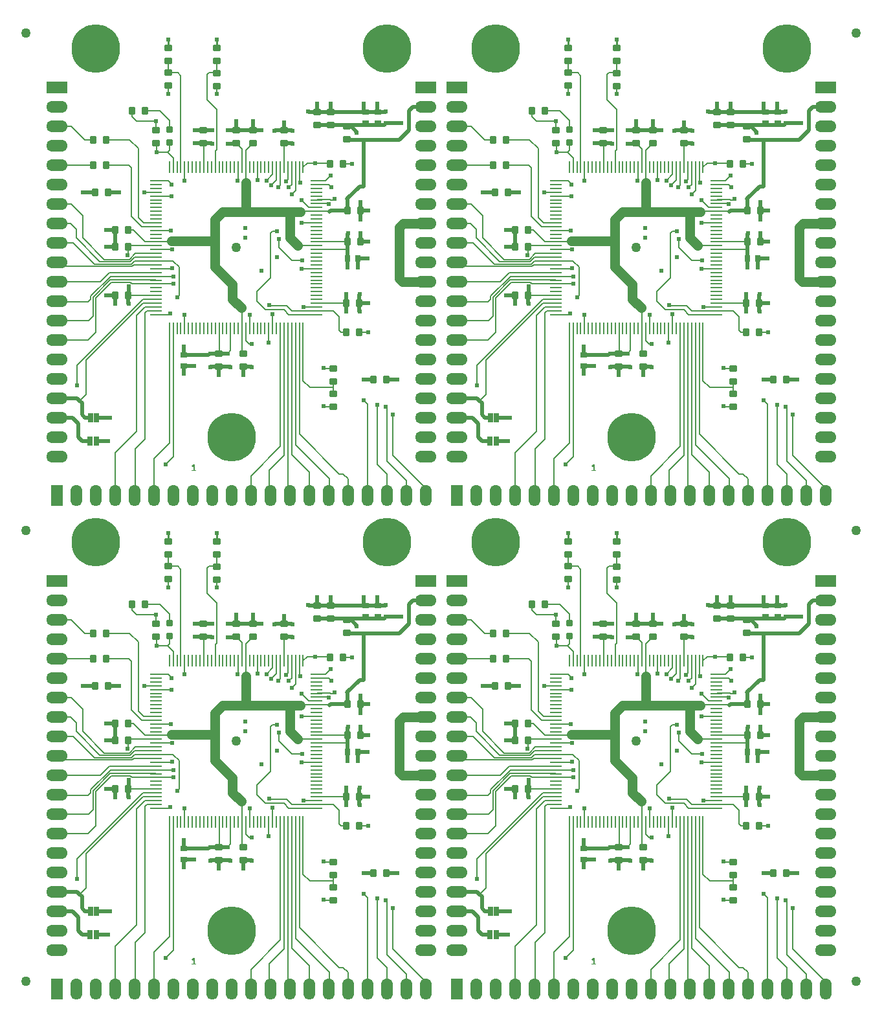
<source format=gtl>
G04*
G04 #@! TF.GenerationSoftware,Altium Limited,Altium Designer,18.1.9 (240)*
G04*
G04 Layer_Physical_Order=1*
G04 Layer_Color=255*
%FSLAX25Y25*%
%MOIN*%
G70*
G01*
G75*
%ADD10C,0.05000*%
%ADD11R,0.03740X0.02953*%
%ADD12R,0.02953X0.03740*%
G04:AMPARAMS|DCode=13|XSize=39.37mil|YSize=35.43mil|CornerRadius=4.43mil|HoleSize=0mil|Usage=FLASHONLY|Rotation=270.000|XOffset=0mil|YOffset=0mil|HoleType=Round|Shape=RoundedRectangle|*
%AMROUNDEDRECTD13*
21,1,0.03937,0.02657,0,0,270.0*
21,1,0.03051,0.03543,0,0,270.0*
1,1,0.00886,-0.01329,-0.01526*
1,1,0.00886,-0.01329,0.01526*
1,1,0.00886,0.01329,0.01526*
1,1,0.00886,0.01329,-0.01526*
%
%ADD13ROUNDEDRECTD13*%
G04:AMPARAMS|DCode=14|XSize=31.5mil|YSize=31.5mil|CornerRadius=3.94mil|HoleSize=0mil|Usage=FLASHONLY|Rotation=270.000|XOffset=0mil|YOffset=0mil|HoleType=Round|Shape=RoundedRectangle|*
%AMROUNDEDRECTD14*
21,1,0.03150,0.02362,0,0,270.0*
21,1,0.02362,0.03150,0,0,270.0*
1,1,0.00787,-0.01181,-0.01181*
1,1,0.00787,-0.01181,0.01181*
1,1,0.00787,0.01181,0.01181*
1,1,0.00787,0.01181,-0.01181*
%
%ADD14ROUNDEDRECTD14*%
%ADD15R,0.02500X0.05000*%
G04:AMPARAMS|DCode=16|XSize=39.37mil|YSize=35.43mil|CornerRadius=4.43mil|HoleSize=0mil|Usage=FLASHONLY|Rotation=0.000|XOffset=0mil|YOffset=0mil|HoleType=Round|Shape=RoundedRectangle|*
%AMROUNDEDRECTD16*
21,1,0.03937,0.02657,0,0,0.0*
21,1,0.03051,0.03543,0,0,0.0*
1,1,0.00886,0.01526,-0.01329*
1,1,0.00886,-0.01526,-0.01329*
1,1,0.00886,-0.01526,0.01329*
1,1,0.00886,0.01526,0.01329*
%
%ADD16ROUNDEDRECTD16*%
%ADD17O,0.06102X0.00984*%
%ADD18O,0.00984X0.06102*%
%ADD19C,0.02000*%
%ADD20C,0.00800*%
%ADD21C,0.05000*%
%ADD22C,0.00600*%
%ADD23C,0.01000*%
%ADD24C,0.25000*%
%ADD25R,0.11000X0.06000*%
%ADD26O,0.11000X0.06000*%
%ADD27R,0.06000X0.11000*%
%ADD28O,0.06000X0.11000*%
%ADD29C,0.02400*%
G36*
X303983Y293977D02*
X304700D01*
Y293437D01*
X302528D01*
Y293977D01*
X303359D01*
Y296074D01*
X302637Y295675D01*
X302437Y296171D01*
X303470Y296720D01*
X303983D01*
Y293977D01*
D02*
G37*
G36*
X97983D02*
X98700D01*
Y293437D01*
X96528D01*
Y293977D01*
X97359D01*
Y296074D01*
X96636Y295675D01*
X96437Y296171D01*
X97470Y296720D01*
X97983D01*
Y293977D01*
D02*
G37*
G36*
X303983Y39977D02*
X304700D01*
Y39437D01*
X302528D01*
Y39977D01*
X303359D01*
Y42074D01*
X302637Y41675D01*
X302437Y42171D01*
X303470Y42720D01*
X303983D01*
Y39977D01*
D02*
G37*
G36*
X97983D02*
X98700D01*
Y39437D01*
X96528D01*
Y39977D01*
X97359D01*
Y42074D01*
X96636Y41675D01*
X96437Y42171D01*
X97470Y42720D01*
X97983D01*
Y39977D01*
D02*
G37*
D10*
X11063Y30748D02*
D03*
X438811D02*
D03*
Y263032D02*
D03*
X11063D02*
D03*
X438811Y518937D02*
D03*
X11063D02*
D03*
X119437Y154437D02*
D03*
X325437D02*
D03*
X119437Y408437D02*
D03*
X325437D02*
D03*
D11*
X92437Y99193D02*
D03*
Y93681D02*
D03*
X185937Y218681D02*
D03*
Y224193D02*
D03*
X192437Y218681D02*
D03*
Y224193D02*
D03*
X298437Y99193D02*
D03*
Y93681D02*
D03*
X391937Y218681D02*
D03*
Y224193D02*
D03*
X398437Y218681D02*
D03*
Y224193D02*
D03*
X92437Y353193D02*
D03*
Y347681D02*
D03*
X185937Y472681D02*
D03*
Y478193D02*
D03*
X192437Y472681D02*
D03*
Y478193D02*
D03*
X298437Y353193D02*
D03*
Y347681D02*
D03*
X391937Y472681D02*
D03*
Y478193D02*
D03*
X398437Y472681D02*
D03*
Y478193D02*
D03*
D12*
X176681Y148937D02*
D03*
X182193D02*
D03*
X382681D02*
D03*
X388193D02*
D03*
X176681Y402937D02*
D03*
X182193D02*
D03*
X382681D02*
D03*
X388193D02*
D03*
D13*
X65591Y224937D02*
D03*
X72284D02*
D03*
X45591Y209937D02*
D03*
X52284D02*
D03*
X45591Y196937D02*
D03*
X52284D02*
D03*
X167591Y197437D02*
D03*
X174284D02*
D03*
X176091Y110937D02*
D03*
X182783D02*
D03*
X46591Y182937D02*
D03*
X53284D02*
D03*
X196783Y86437D02*
D03*
X190091D02*
D03*
X183283Y173437D02*
D03*
X176591D02*
D03*
X57091Y163437D02*
D03*
X63784D02*
D03*
X57091Y154937D02*
D03*
X63784D02*
D03*
X57091Y129937D02*
D03*
X63784D02*
D03*
X182783Y125937D02*
D03*
X176091D02*
D03*
X183283Y157437D02*
D03*
X176591D02*
D03*
X271590Y224937D02*
D03*
X278284D02*
D03*
X251590Y209937D02*
D03*
X258283D02*
D03*
X251590Y196937D02*
D03*
X258283D02*
D03*
X373590Y197437D02*
D03*
X380283D02*
D03*
X382090Y110937D02*
D03*
X388784D02*
D03*
X252590Y182937D02*
D03*
X259283D02*
D03*
X402783Y86437D02*
D03*
X396091D02*
D03*
X389283Y173437D02*
D03*
X382591D02*
D03*
X263090Y163437D02*
D03*
X269783D02*
D03*
X263090Y154937D02*
D03*
X269783D02*
D03*
X263090Y129937D02*
D03*
X269783D02*
D03*
X388784Y125937D02*
D03*
X382091D02*
D03*
X389283Y157437D02*
D03*
X382591D02*
D03*
X65591Y478937D02*
D03*
X72284D02*
D03*
X45591Y463937D02*
D03*
X52284D02*
D03*
X45591Y450937D02*
D03*
X52284D02*
D03*
X167591Y451437D02*
D03*
X174284D02*
D03*
X176091Y364937D02*
D03*
X182783D02*
D03*
X46591Y436937D02*
D03*
X53284D02*
D03*
X196783Y340437D02*
D03*
X190091D02*
D03*
X183283Y427437D02*
D03*
X176591D02*
D03*
X57091Y417437D02*
D03*
X63784D02*
D03*
X57091Y408937D02*
D03*
X63784D02*
D03*
X57091Y383937D02*
D03*
X63784D02*
D03*
X182783Y379937D02*
D03*
X176091D02*
D03*
X183283Y411437D02*
D03*
X176591D02*
D03*
X271590Y478937D02*
D03*
X278284D02*
D03*
X251590Y463937D02*
D03*
X258283D02*
D03*
X251590Y450937D02*
D03*
X258283D02*
D03*
X373590Y451437D02*
D03*
X380283D02*
D03*
X382090Y364937D02*
D03*
X388784D02*
D03*
X252590Y436937D02*
D03*
X259283D02*
D03*
X402783Y340437D02*
D03*
X396091D02*
D03*
X389283Y427437D02*
D03*
X382591D02*
D03*
X263090Y417437D02*
D03*
X269783D02*
D03*
X263090Y408937D02*
D03*
X269783D02*
D03*
X263090Y383937D02*
D03*
X269783D02*
D03*
X388784Y379937D02*
D03*
X382091D02*
D03*
X389283Y411437D02*
D03*
X382591D02*
D03*
D14*
X84937Y208591D02*
D03*
Y215283D02*
D03*
X290937Y208591D02*
D03*
Y215283D02*
D03*
X84937Y462591D02*
D03*
Y469283D02*
D03*
X290937Y462591D02*
D03*
Y469283D02*
D03*
D15*
X47559Y66937D02*
D03*
X44315D02*
D03*
X47437Y54937D02*
D03*
X44194D02*
D03*
X253559Y66937D02*
D03*
X250315D02*
D03*
X253437Y54937D02*
D03*
X250194D02*
D03*
X47559Y320937D02*
D03*
X44315D02*
D03*
X47437Y308937D02*
D03*
X44194D02*
D03*
X253559Y320937D02*
D03*
X250315D02*
D03*
X253437Y308937D02*
D03*
X250194D02*
D03*
D16*
X109437Y250590D02*
D03*
Y257283D02*
D03*
X84437Y250590D02*
D03*
Y257283D02*
D03*
X109437Y237591D02*
D03*
Y244284D02*
D03*
X84437Y237744D02*
D03*
Y244437D02*
D03*
X169437Y92283D02*
D03*
Y85591D02*
D03*
Y79283D02*
D03*
Y72591D02*
D03*
X77937Y208090D02*
D03*
Y214784D02*
D03*
X176437Y216783D02*
D03*
Y210091D02*
D03*
X160937Y224284D02*
D03*
Y217591D02*
D03*
X167937Y224284D02*
D03*
Y217591D02*
D03*
X127937Y214784D02*
D03*
Y208091D02*
D03*
X122937Y93090D02*
D03*
Y99783D02*
D03*
X110437Y93090D02*
D03*
Y99783D02*
D03*
X143937Y214784D02*
D03*
Y208091D02*
D03*
X119437Y214784D02*
D03*
Y208091D02*
D03*
X102437Y214784D02*
D03*
Y208091D02*
D03*
X315437Y250590D02*
D03*
Y257283D02*
D03*
X290437Y250590D02*
D03*
Y257283D02*
D03*
X315437Y237591D02*
D03*
Y244284D02*
D03*
X290437Y237744D02*
D03*
Y244437D02*
D03*
X375437Y92283D02*
D03*
Y85591D02*
D03*
Y79283D02*
D03*
Y72591D02*
D03*
X283937Y208090D02*
D03*
Y214784D02*
D03*
X382437Y216783D02*
D03*
Y210091D02*
D03*
X366937Y224284D02*
D03*
Y217591D02*
D03*
X373937Y224284D02*
D03*
Y217591D02*
D03*
X333937Y214784D02*
D03*
Y208091D02*
D03*
X328937Y93090D02*
D03*
Y99783D02*
D03*
X316437Y93090D02*
D03*
Y99783D02*
D03*
X349937Y214784D02*
D03*
Y208091D02*
D03*
X325437Y214784D02*
D03*
Y208091D02*
D03*
X308437Y214784D02*
D03*
Y208091D02*
D03*
X109437Y504591D02*
D03*
Y511283D02*
D03*
X84437Y504591D02*
D03*
Y511283D02*
D03*
X109437Y491590D02*
D03*
Y498283D02*
D03*
X84437Y491744D02*
D03*
Y498437D02*
D03*
X169437Y346284D02*
D03*
Y339591D02*
D03*
Y333283D02*
D03*
Y326591D02*
D03*
X77937Y462090D02*
D03*
Y468784D02*
D03*
X176437Y470784D02*
D03*
Y464091D02*
D03*
X160937Y478284D02*
D03*
Y471591D02*
D03*
X167937Y478284D02*
D03*
Y471591D02*
D03*
X127937Y468784D02*
D03*
Y462091D02*
D03*
X122937Y347091D02*
D03*
Y353783D02*
D03*
X110437Y347091D02*
D03*
Y353783D02*
D03*
X143937Y468784D02*
D03*
Y462091D02*
D03*
X119437Y468784D02*
D03*
Y462091D02*
D03*
X102437Y468784D02*
D03*
Y462091D02*
D03*
X315437Y504591D02*
D03*
Y511283D02*
D03*
X290437Y504591D02*
D03*
Y511283D02*
D03*
X315437Y491590D02*
D03*
Y498283D02*
D03*
X290437Y491744D02*
D03*
Y498437D02*
D03*
X375437Y346284D02*
D03*
Y339591D02*
D03*
Y333283D02*
D03*
Y326591D02*
D03*
X283937Y462090D02*
D03*
Y468784D02*
D03*
X382437Y470784D02*
D03*
Y464091D02*
D03*
X366937Y478284D02*
D03*
Y471591D02*
D03*
X373937Y478284D02*
D03*
Y471591D02*
D03*
X333937Y468784D02*
D03*
Y462091D02*
D03*
X328937Y347091D02*
D03*
Y353783D02*
D03*
X316437Y347091D02*
D03*
Y353783D02*
D03*
X349937Y468784D02*
D03*
Y462091D02*
D03*
X325437Y468784D02*
D03*
Y462091D02*
D03*
X308437Y468784D02*
D03*
Y462091D02*
D03*
D17*
X160874Y119988D02*
D03*
Y121957D02*
D03*
Y123925D02*
D03*
Y125894D02*
D03*
Y127862D02*
D03*
Y129831D02*
D03*
Y131799D02*
D03*
Y133768D02*
D03*
Y135736D02*
D03*
Y137705D02*
D03*
Y139673D02*
D03*
Y141642D02*
D03*
Y143610D02*
D03*
Y145579D02*
D03*
Y147547D02*
D03*
Y149516D02*
D03*
Y151484D02*
D03*
Y153453D02*
D03*
Y155421D02*
D03*
Y157390D02*
D03*
Y159358D02*
D03*
Y161327D02*
D03*
Y163295D02*
D03*
Y165264D02*
D03*
Y167232D02*
D03*
Y169201D02*
D03*
Y171169D02*
D03*
Y173138D02*
D03*
Y175106D02*
D03*
Y177075D02*
D03*
Y179043D02*
D03*
Y181012D02*
D03*
Y182980D02*
D03*
Y184949D02*
D03*
Y186917D02*
D03*
Y188886D02*
D03*
X78000D02*
D03*
Y186917D02*
D03*
Y184949D02*
D03*
Y182980D02*
D03*
Y181012D02*
D03*
Y179043D02*
D03*
Y177075D02*
D03*
Y175106D02*
D03*
Y173138D02*
D03*
Y171169D02*
D03*
Y169201D02*
D03*
Y167232D02*
D03*
Y165264D02*
D03*
Y163295D02*
D03*
Y161327D02*
D03*
Y159358D02*
D03*
Y157390D02*
D03*
Y155421D02*
D03*
Y153453D02*
D03*
Y151484D02*
D03*
Y149516D02*
D03*
Y147547D02*
D03*
Y145579D02*
D03*
Y143610D02*
D03*
Y141642D02*
D03*
Y139673D02*
D03*
Y137705D02*
D03*
Y135736D02*
D03*
Y133768D02*
D03*
Y131799D02*
D03*
Y129831D02*
D03*
Y127862D02*
D03*
Y125894D02*
D03*
Y123925D02*
D03*
Y121957D02*
D03*
Y119988D02*
D03*
X366874D02*
D03*
Y121957D02*
D03*
Y123925D02*
D03*
Y125894D02*
D03*
Y127862D02*
D03*
Y129831D02*
D03*
Y131799D02*
D03*
Y133768D02*
D03*
Y135736D02*
D03*
Y137705D02*
D03*
Y139673D02*
D03*
Y141642D02*
D03*
Y143610D02*
D03*
Y145579D02*
D03*
Y147547D02*
D03*
Y149516D02*
D03*
Y151484D02*
D03*
Y153453D02*
D03*
Y155421D02*
D03*
Y157390D02*
D03*
Y159358D02*
D03*
Y161327D02*
D03*
Y163295D02*
D03*
Y165264D02*
D03*
Y167232D02*
D03*
Y169201D02*
D03*
Y171169D02*
D03*
Y173138D02*
D03*
Y175106D02*
D03*
Y177075D02*
D03*
Y179043D02*
D03*
Y181012D02*
D03*
Y182980D02*
D03*
Y184949D02*
D03*
Y186917D02*
D03*
Y188886D02*
D03*
X284000D02*
D03*
Y186917D02*
D03*
Y184949D02*
D03*
Y182980D02*
D03*
Y181012D02*
D03*
Y179043D02*
D03*
Y177075D02*
D03*
Y175106D02*
D03*
Y173138D02*
D03*
Y171169D02*
D03*
Y169201D02*
D03*
Y167232D02*
D03*
Y165264D02*
D03*
Y163295D02*
D03*
Y161327D02*
D03*
Y159358D02*
D03*
Y157390D02*
D03*
Y155421D02*
D03*
Y153453D02*
D03*
Y151484D02*
D03*
Y149516D02*
D03*
Y147547D02*
D03*
Y145579D02*
D03*
Y143610D02*
D03*
Y141642D02*
D03*
Y139673D02*
D03*
Y137705D02*
D03*
Y135736D02*
D03*
Y133768D02*
D03*
Y131799D02*
D03*
Y129831D02*
D03*
Y127862D02*
D03*
Y125894D02*
D03*
Y123925D02*
D03*
Y121957D02*
D03*
Y119988D02*
D03*
X160874Y373988D02*
D03*
Y375957D02*
D03*
Y377925D02*
D03*
Y379894D02*
D03*
Y381862D02*
D03*
Y383831D02*
D03*
Y385799D02*
D03*
Y387768D02*
D03*
Y389736D02*
D03*
Y391705D02*
D03*
Y393673D02*
D03*
Y395642D02*
D03*
Y397610D02*
D03*
Y399579D02*
D03*
Y401547D02*
D03*
Y403516D02*
D03*
Y405484D02*
D03*
Y407453D02*
D03*
Y409421D02*
D03*
Y411390D02*
D03*
Y413358D02*
D03*
Y415327D02*
D03*
Y417295D02*
D03*
Y419264D02*
D03*
Y421232D02*
D03*
Y423201D02*
D03*
Y425169D02*
D03*
Y427138D02*
D03*
Y429106D02*
D03*
Y431075D02*
D03*
Y433043D02*
D03*
Y435012D02*
D03*
Y436980D02*
D03*
Y438949D02*
D03*
Y440917D02*
D03*
Y442886D02*
D03*
X78000D02*
D03*
Y440917D02*
D03*
Y438949D02*
D03*
Y436980D02*
D03*
Y435012D02*
D03*
Y433043D02*
D03*
Y431075D02*
D03*
Y429106D02*
D03*
Y427138D02*
D03*
Y425169D02*
D03*
Y423201D02*
D03*
Y421232D02*
D03*
Y419264D02*
D03*
Y417295D02*
D03*
Y415327D02*
D03*
Y413358D02*
D03*
Y411390D02*
D03*
Y409421D02*
D03*
Y407453D02*
D03*
Y405484D02*
D03*
Y403516D02*
D03*
Y401547D02*
D03*
Y399579D02*
D03*
Y397610D02*
D03*
Y395642D02*
D03*
Y393673D02*
D03*
Y391705D02*
D03*
Y389736D02*
D03*
Y387768D02*
D03*
Y385799D02*
D03*
Y383831D02*
D03*
Y381862D02*
D03*
Y379894D02*
D03*
Y377925D02*
D03*
Y375957D02*
D03*
Y373988D02*
D03*
X366874D02*
D03*
Y375957D02*
D03*
Y377925D02*
D03*
Y379894D02*
D03*
Y381862D02*
D03*
Y383831D02*
D03*
Y385799D02*
D03*
Y387768D02*
D03*
Y389736D02*
D03*
Y391705D02*
D03*
Y393673D02*
D03*
Y395642D02*
D03*
Y397610D02*
D03*
Y399579D02*
D03*
Y401547D02*
D03*
Y403516D02*
D03*
Y405484D02*
D03*
Y407453D02*
D03*
Y409421D02*
D03*
Y411390D02*
D03*
Y413358D02*
D03*
Y415327D02*
D03*
Y417295D02*
D03*
Y419264D02*
D03*
Y421232D02*
D03*
Y423201D02*
D03*
Y425169D02*
D03*
Y427138D02*
D03*
Y429106D02*
D03*
Y431075D02*
D03*
Y433043D02*
D03*
Y435012D02*
D03*
Y436980D02*
D03*
Y438949D02*
D03*
Y440917D02*
D03*
Y442886D02*
D03*
X284000D02*
D03*
Y440917D02*
D03*
Y438949D02*
D03*
Y436980D02*
D03*
Y435012D02*
D03*
Y433043D02*
D03*
Y431075D02*
D03*
Y429106D02*
D03*
Y427138D02*
D03*
Y425169D02*
D03*
Y423201D02*
D03*
Y421232D02*
D03*
Y419264D02*
D03*
Y417295D02*
D03*
Y415327D02*
D03*
Y413358D02*
D03*
Y411390D02*
D03*
Y409421D02*
D03*
Y407453D02*
D03*
Y405484D02*
D03*
Y403516D02*
D03*
Y401547D02*
D03*
Y399579D02*
D03*
Y397610D02*
D03*
Y395642D02*
D03*
Y393673D02*
D03*
Y391705D02*
D03*
Y389736D02*
D03*
Y387768D02*
D03*
Y385799D02*
D03*
Y383831D02*
D03*
Y381862D02*
D03*
Y379894D02*
D03*
Y377925D02*
D03*
Y375957D02*
D03*
Y373988D02*
D03*
D18*
X153886Y195874D02*
D03*
X151917D02*
D03*
X149949D02*
D03*
X147980D02*
D03*
X146012D02*
D03*
X144043D02*
D03*
X142075D02*
D03*
X140106D02*
D03*
X138138D02*
D03*
X136169D02*
D03*
X134201D02*
D03*
X132232D02*
D03*
X130264D02*
D03*
X128295D02*
D03*
X126327D02*
D03*
X124358D02*
D03*
X122390D02*
D03*
X120421D02*
D03*
X118453D02*
D03*
X116484D02*
D03*
X114516D02*
D03*
X112547D02*
D03*
X110579D02*
D03*
X108610D02*
D03*
X106642D02*
D03*
X104673D02*
D03*
X102705D02*
D03*
X100736D02*
D03*
X98768D02*
D03*
X96799D02*
D03*
X94831D02*
D03*
X92862D02*
D03*
X90894D02*
D03*
X88925D02*
D03*
X86957D02*
D03*
X84988D02*
D03*
Y113000D02*
D03*
X86957D02*
D03*
X88925D02*
D03*
X90894D02*
D03*
X92862D02*
D03*
X94831D02*
D03*
X96799D02*
D03*
X98768D02*
D03*
X100736D02*
D03*
X102705D02*
D03*
X104673D02*
D03*
X106642D02*
D03*
X108610D02*
D03*
X110579D02*
D03*
X112547D02*
D03*
X114516D02*
D03*
X116484D02*
D03*
X118453D02*
D03*
X120421D02*
D03*
X122390D02*
D03*
X124358D02*
D03*
X126327D02*
D03*
X128295D02*
D03*
X130264D02*
D03*
X132232D02*
D03*
X134201D02*
D03*
X136169D02*
D03*
X138138D02*
D03*
X140106D02*
D03*
X142075D02*
D03*
X144043D02*
D03*
X146012D02*
D03*
X147980D02*
D03*
X149949D02*
D03*
X151917D02*
D03*
X153886D02*
D03*
X359886Y195874D02*
D03*
X357917D02*
D03*
X355949D02*
D03*
X353980D02*
D03*
X352012D02*
D03*
X350043D02*
D03*
X348075D02*
D03*
X346106D02*
D03*
X344138D02*
D03*
X342169D02*
D03*
X340201D02*
D03*
X338232D02*
D03*
X336264D02*
D03*
X334295D02*
D03*
X332327D02*
D03*
X330358D02*
D03*
X328390D02*
D03*
X326421D02*
D03*
X324453D02*
D03*
X322484D02*
D03*
X320516D02*
D03*
X318547D02*
D03*
X316579D02*
D03*
X314610D02*
D03*
X312642D02*
D03*
X310673D02*
D03*
X308705D02*
D03*
X306736D02*
D03*
X304768D02*
D03*
X302799D02*
D03*
X300831D02*
D03*
X298862D02*
D03*
X296894D02*
D03*
X294925D02*
D03*
X292957D02*
D03*
X290988D02*
D03*
Y113000D02*
D03*
X292957D02*
D03*
X294925D02*
D03*
X296894D02*
D03*
X298862D02*
D03*
X300831D02*
D03*
X302799D02*
D03*
X304768D02*
D03*
X306736D02*
D03*
X308705D02*
D03*
X310673D02*
D03*
X312642D02*
D03*
X314610D02*
D03*
X316579D02*
D03*
X318547D02*
D03*
X320516D02*
D03*
X322484D02*
D03*
X324453D02*
D03*
X326421D02*
D03*
X328390D02*
D03*
X330358D02*
D03*
X332327D02*
D03*
X334295D02*
D03*
X336264D02*
D03*
X338232D02*
D03*
X340201D02*
D03*
X342169D02*
D03*
X344138D02*
D03*
X346106D02*
D03*
X348075D02*
D03*
X350043D02*
D03*
X352012D02*
D03*
X353980D02*
D03*
X355949D02*
D03*
X357917D02*
D03*
X359886D02*
D03*
X153886Y449874D02*
D03*
X151917D02*
D03*
X149949D02*
D03*
X147980D02*
D03*
X146012D02*
D03*
X144043D02*
D03*
X142075D02*
D03*
X140106D02*
D03*
X138138D02*
D03*
X136169D02*
D03*
X134201D02*
D03*
X132232D02*
D03*
X130264D02*
D03*
X128295D02*
D03*
X126327D02*
D03*
X124358D02*
D03*
X122390D02*
D03*
X120421D02*
D03*
X118453D02*
D03*
X116484D02*
D03*
X114516D02*
D03*
X112547D02*
D03*
X110579D02*
D03*
X108610D02*
D03*
X106642D02*
D03*
X104673D02*
D03*
X102705D02*
D03*
X100736D02*
D03*
X98768D02*
D03*
X96799D02*
D03*
X94831D02*
D03*
X92862D02*
D03*
X90894D02*
D03*
X88925D02*
D03*
X86957D02*
D03*
X84988D02*
D03*
Y367000D02*
D03*
X86957D02*
D03*
X88925D02*
D03*
X90894D02*
D03*
X92862D02*
D03*
X94831D02*
D03*
X96799D02*
D03*
X98768D02*
D03*
X100736D02*
D03*
X102705D02*
D03*
X104673D02*
D03*
X106642D02*
D03*
X108610D02*
D03*
X110579D02*
D03*
X112547D02*
D03*
X114516D02*
D03*
X116484D02*
D03*
X118453D02*
D03*
X120421D02*
D03*
X122390D02*
D03*
X124358D02*
D03*
X126327D02*
D03*
X128295D02*
D03*
X130264D02*
D03*
X132232D02*
D03*
X134201D02*
D03*
X136169D02*
D03*
X138138D02*
D03*
X140106D02*
D03*
X142075D02*
D03*
X144043D02*
D03*
X146012D02*
D03*
X147980D02*
D03*
X149949D02*
D03*
X151917D02*
D03*
X153886D02*
D03*
X359886Y449874D02*
D03*
X357917D02*
D03*
X355949D02*
D03*
X353980D02*
D03*
X352012D02*
D03*
X350043D02*
D03*
X348075D02*
D03*
X346106D02*
D03*
X344138D02*
D03*
X342169D02*
D03*
X340201D02*
D03*
X338232D02*
D03*
X336264D02*
D03*
X334295D02*
D03*
X332327D02*
D03*
X330358D02*
D03*
X328390D02*
D03*
X326421D02*
D03*
X324453D02*
D03*
X322484D02*
D03*
X320516D02*
D03*
X318547D02*
D03*
X316579D02*
D03*
X314610D02*
D03*
X312642D02*
D03*
X310673D02*
D03*
X308705D02*
D03*
X306736D02*
D03*
X304768D02*
D03*
X302799D02*
D03*
X300831D02*
D03*
X298862D02*
D03*
X296894D02*
D03*
X294925D02*
D03*
X292957D02*
D03*
X290988D02*
D03*
Y367000D02*
D03*
X292957D02*
D03*
X294925D02*
D03*
X296894D02*
D03*
X298862D02*
D03*
X300831D02*
D03*
X302799D02*
D03*
X304768D02*
D03*
X306736D02*
D03*
X308705D02*
D03*
X310673D02*
D03*
X312642D02*
D03*
X314610D02*
D03*
X316579D02*
D03*
X318547D02*
D03*
X320516D02*
D03*
X322484D02*
D03*
X324453D02*
D03*
X326421D02*
D03*
X328390D02*
D03*
X330358D02*
D03*
X332327D02*
D03*
X334295D02*
D03*
X336264D02*
D03*
X338232D02*
D03*
X340201D02*
D03*
X342169D02*
D03*
X344138D02*
D03*
X346106D02*
D03*
X348075D02*
D03*
X350043D02*
D03*
X352012D02*
D03*
X353980D02*
D03*
X355949D02*
D03*
X357917D02*
D03*
X359886D02*
D03*
D19*
X40437Y182937D02*
X46591D01*
X53284D02*
X58937D01*
X184937Y86437D02*
X190091D01*
X196783D02*
X202437D01*
X176437Y157283D02*
X176681Y157039D01*
Y148937D02*
Y157039D01*
Y144181D02*
Y148937D01*
X182193Y144193D02*
Y148937D01*
X186937D01*
X92437Y93681D02*
X97693D01*
X92437Y89437D02*
Y93681D01*
Y99193D02*
Y103437D01*
X105193Y99193D02*
X105937Y99937D01*
X97693Y99193D02*
X105193D01*
X92437D02*
X97693D01*
X63784Y129937D02*
X63937Y130091D01*
X63784Y125591D02*
Y129937D01*
Y125591D02*
X63937Y125437D01*
X57091Y125591D02*
Y129937D01*
X56937Y125437D02*
X57091Y125591D01*
X52437Y129937D02*
X57091D01*
X52437Y154937D02*
X57091D01*
X52437Y163437D02*
X57091D01*
Y154937D02*
Y158783D01*
X56937Y158937D02*
X57091Y158783D01*
X56937Y158937D02*
Y163284D01*
X57091Y163437D01*
X98090Y214784D02*
X102437D01*
X97937Y214937D02*
X98090Y214784D01*
X115091D02*
X119437D01*
X114937Y214937D02*
X115091Y214784D01*
X127937D02*
Y219437D01*
X119437Y214784D02*
Y219437D01*
Y214784D02*
X127937D01*
X143937D02*
Y218937D01*
X160937Y224284D02*
Y228437D01*
X167937Y224284D02*
Y228437D01*
X191937Y224284D02*
Y228437D01*
X184937Y224284D02*
Y228437D01*
X156591Y224284D02*
X160937D01*
X156437Y224437D02*
X156591Y224284D01*
X191937D02*
X196283D01*
X196437Y224437D01*
X160937Y224284D02*
X167937D01*
X184937D01*
X191937D01*
X183283Y173437D02*
X187437D01*
X183283Y157437D02*
X187437D01*
X183283D02*
Y161784D01*
X183437Y161937D01*
X183283Y169091D02*
Y173437D01*
Y169091D02*
X183437Y168937D01*
X183283Y173437D02*
Y177784D01*
X183437Y177937D01*
X182783Y125937D02*
X187437D01*
X182783Y121591D02*
Y125937D01*
Y121591D02*
X182937Y121437D01*
X182783Y125937D02*
Y130283D01*
X182937Y130437D01*
X63937Y130091D02*
Y134437D01*
X176591Y157437D02*
Y161591D01*
X176937Y161937D01*
X176437Y210091D02*
X176591Y209937D01*
X184437D01*
X184937Y209437D01*
Y185937D02*
Y209437D01*
X182937Y185937D02*
X184937D01*
X176437Y179437D02*
X176591Y179283D01*
Y173437D02*
Y179283D01*
X176437Y179437D02*
X182937Y185937D01*
X167937Y173437D02*
X176591D01*
X167437Y172937D02*
X167937Y173437D01*
X176091Y125937D02*
Y130283D01*
X175937Y130437D02*
X176091Y130283D01*
Y121591D02*
Y125937D01*
X175937Y121437D02*
X176091Y121591D01*
X122937Y88937D02*
Y93090D01*
X127284D01*
X127437Y92937D01*
X110437Y88937D02*
Y93090D01*
X106091D02*
X110437D01*
X105937Y92937D02*
X106091Y93090D01*
X106091Y99783D02*
X110437D01*
X105937Y99937D02*
X106091Y99783D01*
X110437D02*
X114784D01*
X114937Y99937D01*
X110437Y93090D02*
X116284D01*
X116437Y92937D01*
X119283Y207937D02*
X119437Y208091D01*
X114937Y207937D02*
X119283D01*
X102437Y214784D02*
X106783D01*
X106937Y214937D01*
X102437Y208091D02*
X106783D01*
X106937Y207937D01*
X98091Y208091D02*
X102437D01*
X160937Y217591D02*
X167937D01*
X184937D02*
X191937D01*
X176437Y216783D02*
X178591D01*
X181437Y213937D01*
X191937Y217591D02*
X195591D01*
X196437Y218437D01*
X200437D01*
X204437D01*
X143937Y208091D02*
X148284D01*
X148437Y207937D01*
X143937Y214784D02*
X148091D01*
X148437Y214437D01*
X139284Y214784D02*
X143937D01*
X138937Y214437D02*
X139284Y214784D01*
X127937D02*
X132283D01*
X132437Y214937D01*
X184437Y209937D02*
X203437D01*
X208437Y214937D01*
Y224937D01*
X210437Y226937D01*
X216937D01*
X167937Y217591D02*
X184937D01*
X26937Y76937D02*
X37437D01*
X39937Y68437D02*
Y74437D01*
Y68437D02*
X41437Y66937D01*
X44315D01*
X26937D02*
X34937D01*
X37937Y63937D01*
Y56937D02*
Y63937D01*
Y56937D02*
X39937Y54937D01*
X44194D01*
X47559Y66937D02*
X54437D01*
X47437Y54937D02*
X53437D01*
X37437Y76937D02*
X38687Y75687D01*
X39937Y74437D01*
X246437Y182937D02*
X252590D01*
X259283D02*
X264937D01*
X390937Y86437D02*
X396091D01*
X402783D02*
X408437D01*
X382437Y157283D02*
X382681Y157039D01*
Y148937D02*
Y157039D01*
Y144181D02*
Y148937D01*
X388193Y144193D02*
Y148937D01*
X392937D01*
X298437Y93681D02*
X303693D01*
X298437Y89437D02*
Y93681D01*
Y99193D02*
Y103437D01*
X311193Y99193D02*
X311937Y99937D01*
X303693Y99193D02*
X311193D01*
X298437D02*
X303693D01*
X269783Y129937D02*
X269937Y130091D01*
X269783Y125591D02*
Y129937D01*
Y125591D02*
X269937Y125437D01*
X263090Y125591D02*
Y129937D01*
X262937Y125437D02*
X263090Y125591D01*
X258437Y129937D02*
X263090D01*
X258437Y154937D02*
X263090D01*
X258437Y163437D02*
X263090D01*
Y154937D02*
Y158783D01*
X262937Y158937D02*
X263090Y158783D01*
X262937Y158937D02*
Y163284D01*
X263090Y163437D01*
X304090Y214784D02*
X308437D01*
X303937Y214937D02*
X304090Y214784D01*
X321091D02*
X325437D01*
X320937Y214937D02*
X321091Y214784D01*
X333937D02*
Y219437D01*
X325437Y214784D02*
Y219437D01*
Y214784D02*
X333937D01*
X349937D02*
Y218937D01*
X366937Y224284D02*
Y228437D01*
X373937Y224284D02*
Y228437D01*
X397937Y224284D02*
Y228437D01*
X390937Y224284D02*
Y228437D01*
X362591Y224284D02*
X366937D01*
X362437Y224437D02*
X362591Y224284D01*
X397937D02*
X402283D01*
X402437Y224437D01*
X366937Y224284D02*
X373937D01*
X390937D01*
X397937D01*
X389283Y173437D02*
X393437D01*
X389283Y157437D02*
X393437D01*
X389283D02*
Y161784D01*
X389437Y161937D01*
X389283Y169091D02*
Y173437D01*
Y169091D02*
X389437Y168937D01*
X389283Y173437D02*
Y177784D01*
X389437Y177937D01*
X388784Y125937D02*
X393437D01*
X388784Y121591D02*
Y125937D01*
Y121591D02*
X388937Y121437D01*
X388784Y125937D02*
Y130283D01*
X388937Y130437D01*
X269937Y130091D02*
Y134437D01*
X382591Y157437D02*
Y161591D01*
X382937Y161937D01*
X382437Y210091D02*
X382591Y209937D01*
X390437D01*
X390937Y209437D01*
Y185937D02*
Y209437D01*
X388937Y185937D02*
X390937D01*
X382437Y179437D02*
X382591Y179283D01*
Y173437D02*
Y179283D01*
X382437Y179437D02*
X388937Y185937D01*
X373937Y173437D02*
X382591D01*
X373437Y172937D02*
X373937Y173437D01*
X382091Y125937D02*
Y130283D01*
X381937Y130437D02*
X382091Y130283D01*
Y121591D02*
Y125937D01*
X381937Y121437D02*
X382091Y121591D01*
X328937Y88937D02*
Y93090D01*
X333283D01*
X333437Y92937D01*
X316437Y88937D02*
Y93090D01*
X312090D02*
X316437D01*
X311937Y92937D02*
X312090Y93090D01*
X312091Y99783D02*
X316437D01*
X311937Y99937D02*
X312091Y99783D01*
X316437D02*
X320783D01*
X320937Y99937D01*
X316437Y93090D02*
X322284D01*
X322437Y92937D01*
X325284Y207937D02*
X325437Y208091D01*
X320937Y207937D02*
X325284D01*
X308437Y214784D02*
X312784D01*
X312937Y214937D01*
X308437Y208091D02*
X312784D01*
X312937Y207937D01*
X304091Y208091D02*
X308437D01*
X366937Y217591D02*
X373937D01*
X390937D02*
X397937D01*
X382437Y216783D02*
X384591D01*
X387437Y213937D01*
X397937Y217591D02*
X401591D01*
X402437Y218437D01*
X406437D01*
X410437D01*
X349937Y208091D02*
X354283D01*
X354437Y207937D01*
X349937Y214784D02*
X354090D01*
X354437Y214437D01*
X345284Y214784D02*
X349937D01*
X344937Y214437D02*
X345284Y214784D01*
X333937D02*
X338283D01*
X338437Y214937D01*
X390437Y209937D02*
X409437D01*
X414437Y214937D01*
Y224937D01*
X416437Y226937D01*
X422937D01*
X373937Y217591D02*
X390937D01*
X232937Y76937D02*
X243437D01*
X245937Y68437D02*
Y74437D01*
Y68437D02*
X247437Y66937D01*
X250315D01*
X232937D02*
X240937D01*
X243937Y63937D01*
Y56937D02*
Y63937D01*
Y56937D02*
X245937Y54937D01*
X250194D01*
X253559Y66937D02*
X260437D01*
X253437Y54937D02*
X259437D01*
X243437Y76937D02*
X244687Y75687D01*
X245937Y74437D01*
X40437Y436937D02*
X46591D01*
X53284D02*
X58937D01*
X184937Y340437D02*
X190091D01*
X196783D02*
X202437D01*
X176437Y411283D02*
X176681Y411039D01*
Y402937D02*
Y411039D01*
Y398181D02*
Y402937D01*
X182193Y398193D02*
Y402937D01*
X186937D01*
X92437Y347681D02*
X97693D01*
X92437Y343437D02*
Y347681D01*
Y353193D02*
Y357437D01*
X105193Y353193D02*
X105937Y353937D01*
X97693Y353193D02*
X105193D01*
X92437D02*
X97693D01*
X63784Y383937D02*
X63937Y384091D01*
X63784Y379591D02*
Y383937D01*
Y379591D02*
X63937Y379437D01*
X57091Y379591D02*
Y383937D01*
X56937Y379437D02*
X57091Y379591D01*
X52437Y383937D02*
X57091D01*
X52437Y408937D02*
X57091D01*
X52437Y417437D02*
X57091D01*
Y408937D02*
Y412783D01*
X56937Y412937D02*
X57091Y412783D01*
X56937Y412937D02*
Y417283D01*
X57091Y417437D01*
X98090Y468784D02*
X102437D01*
X97937Y468937D02*
X98090Y468784D01*
X115091D02*
X119437D01*
X114937Y468937D02*
X115091Y468784D01*
X127937D02*
Y473437D01*
X119437Y468784D02*
Y473437D01*
Y468784D02*
X127937D01*
X143937D02*
Y472937D01*
X160937Y478284D02*
Y482437D01*
X167937Y478284D02*
Y482437D01*
X191937Y478284D02*
Y482437D01*
X184937Y478284D02*
Y482437D01*
X156591Y478284D02*
X160937D01*
X156437Y478437D02*
X156591Y478284D01*
X191937D02*
X196283D01*
X196437Y478437D01*
X160937Y478284D02*
X167937D01*
X184937D01*
X191937D01*
X183283Y427437D02*
X187437D01*
X183283Y411437D02*
X187437D01*
X183283D02*
Y415784D01*
X183437Y415937D01*
X183283Y423091D02*
Y427437D01*
Y423091D02*
X183437Y422937D01*
X183283Y427437D02*
Y431783D01*
X183437Y431937D01*
X182783Y379937D02*
X187437D01*
X182783Y375590D02*
Y379937D01*
Y375590D02*
X182937Y375437D01*
X182783Y379937D02*
Y384283D01*
X182937Y384437D01*
X63937Y384091D02*
Y388437D01*
X176591Y411437D02*
Y415591D01*
X176937Y415937D01*
X176437Y464091D02*
X176591Y463937D01*
X184437D01*
X184937Y463437D01*
Y439937D02*
Y463437D01*
X182937Y439937D02*
X184937D01*
X176437Y433437D02*
X176591Y433284D01*
Y427437D02*
Y433284D01*
X176437Y433437D02*
X182937Y439937D01*
X167937Y427437D02*
X176591D01*
X167437Y426937D02*
X167937Y427437D01*
X176091Y379937D02*
Y384283D01*
X175937Y384437D02*
X176091Y384283D01*
Y375591D02*
Y379937D01*
X175937Y375437D02*
X176091Y375591D01*
X122937Y342937D02*
Y347091D01*
X127284D01*
X127437Y346937D01*
X110437Y342937D02*
Y347091D01*
X106091D02*
X110437D01*
X105937Y346937D02*
X106091Y347091D01*
X106091Y353783D02*
X110437D01*
X105937Y353937D02*
X106091Y353783D01*
X110437D02*
X114784D01*
X114937Y353937D01*
X110437Y347091D02*
X116284D01*
X116437Y346937D01*
X119283Y461937D02*
X119437Y462091D01*
X114937Y461937D02*
X119283D01*
X102437Y468784D02*
X106783D01*
X106937Y468937D01*
X102437Y462091D02*
X106783D01*
X106937Y461937D01*
X98091Y462091D02*
X102437D01*
X160937Y471591D02*
X167937D01*
X184937D02*
X191937D01*
X176437Y470784D02*
X178591D01*
X181437Y467937D01*
X191937Y471591D02*
X195591D01*
X196437Y472437D01*
X200437D01*
X204437D01*
X143937Y462091D02*
X148284D01*
X148437Y461937D01*
X143937Y468784D02*
X148091D01*
X148437Y468437D01*
X139284Y468784D02*
X143937D01*
X138937Y468437D02*
X139284Y468784D01*
X127937D02*
X132283D01*
X132437Y468937D01*
X184437Y463937D02*
X203437D01*
X208437Y468937D01*
Y478937D01*
X210437Y480937D01*
X216937D01*
X167937Y471591D02*
X184937D01*
X26937Y330937D02*
X37437D01*
X39937Y322437D02*
Y328437D01*
Y322437D02*
X41437Y320937D01*
X44315D01*
X26937D02*
X34937D01*
X37937Y317937D01*
Y310937D02*
Y317937D01*
Y310937D02*
X39937Y308937D01*
X44194D01*
X47559Y320937D02*
X54437D01*
X47437Y308937D02*
X53437D01*
X37437Y330937D02*
X38687Y329687D01*
X39937Y328437D01*
X246437Y436937D02*
X252590D01*
X259283D02*
X264937D01*
X390937Y340437D02*
X396091D01*
X402783D02*
X408437D01*
X382437Y411283D02*
X382681Y411039D01*
Y402937D02*
Y411039D01*
Y398181D02*
Y402937D01*
X388193Y398193D02*
Y402937D01*
X392937D01*
X298437Y347681D02*
X303693D01*
X298437Y343437D02*
Y347681D01*
Y353193D02*
Y357437D01*
X311193Y353193D02*
X311937Y353937D01*
X303693Y353193D02*
X311193D01*
X298437D02*
X303693D01*
X269783Y383937D02*
X269937Y384091D01*
X269783Y379591D02*
Y383937D01*
Y379591D02*
X269937Y379437D01*
X263090Y379591D02*
Y383937D01*
X262937Y379437D02*
X263090Y379591D01*
X258437Y383937D02*
X263090D01*
X258437Y408937D02*
X263090D01*
X258437Y417437D02*
X263090D01*
Y408937D02*
Y412783D01*
X262937Y412937D02*
X263090Y412783D01*
X262937Y412937D02*
Y417283D01*
X263090Y417437D01*
X304090Y468784D02*
X308437D01*
X303937Y468937D02*
X304090Y468784D01*
X321091D02*
X325437D01*
X320937Y468937D02*
X321091Y468784D01*
X333937D02*
Y473437D01*
X325437Y468784D02*
Y473437D01*
Y468784D02*
X333937D01*
X349937D02*
Y472937D01*
X366937Y478284D02*
Y482437D01*
X373937Y478284D02*
Y482437D01*
X397937Y478284D02*
Y482437D01*
X390937Y478284D02*
Y482437D01*
X362591Y478284D02*
X366937D01*
X362437Y478437D02*
X362591Y478284D01*
X397937D02*
X402283D01*
X402437Y478437D01*
X366937Y478284D02*
X373937D01*
X390937D01*
X397937D01*
X389283Y427437D02*
X393437D01*
X389283Y411437D02*
X393437D01*
X389283D02*
Y415784D01*
X389437Y415937D01*
X389283Y423091D02*
Y427437D01*
Y423091D02*
X389437Y422937D01*
X389283Y427437D02*
Y431783D01*
X389437Y431937D01*
X388784Y379937D02*
X393437D01*
X388784Y375590D02*
Y379937D01*
Y375590D02*
X388937Y375437D01*
X388784Y379937D02*
Y384283D01*
X388937Y384437D01*
X269937Y384091D02*
Y388437D01*
X382591Y411437D02*
Y415591D01*
X382937Y415937D01*
X382437Y464091D02*
X382591Y463937D01*
X390437D01*
X390937Y463437D01*
Y439937D02*
Y463437D01*
X388937Y439937D02*
X390937D01*
X382437Y433437D02*
X382591Y433284D01*
Y427437D02*
Y433284D01*
X382437Y433437D02*
X388937Y439937D01*
X373937Y427437D02*
X382591D01*
X373437Y426937D02*
X373937Y427437D01*
X382091Y379937D02*
Y384283D01*
X381937Y384437D02*
X382091Y384283D01*
Y375591D02*
Y379937D01*
X381937Y375437D02*
X382091Y375591D01*
X328937Y342937D02*
Y347091D01*
X333283D01*
X333437Y346937D01*
X316437Y342937D02*
Y347091D01*
X312090D02*
X316437D01*
X311937Y346937D02*
X312090Y347091D01*
X312091Y353783D02*
X316437D01*
X311937Y353937D02*
X312091Y353783D01*
X316437D02*
X320783D01*
X320937Y353937D01*
X316437Y347091D02*
X322284D01*
X322437Y346937D01*
X325284Y461937D02*
X325437Y462091D01*
X320937Y461937D02*
X325284D01*
X308437Y468784D02*
X312784D01*
X312937Y468937D01*
X308437Y462091D02*
X312784D01*
X312937Y461937D01*
X304091Y462091D02*
X308437D01*
X366937Y471591D02*
X373937D01*
X390937D02*
X397937D01*
X382437Y470784D02*
X384591D01*
X387437Y467937D01*
X397937Y471591D02*
X401591D01*
X402437Y472437D01*
X406437D01*
X410437D01*
X349937Y462091D02*
X354283D01*
X354437Y461937D01*
X349937Y468784D02*
X354090D01*
X354437Y468437D01*
X345284Y468784D02*
X349937D01*
X344937Y468437D02*
X345284Y468784D01*
X333937D02*
X338283D01*
X338437Y468937D01*
X390437Y463937D02*
X409437D01*
X414437Y468937D01*
Y478937D01*
X416437Y480937D01*
X422937D01*
X373937Y471591D02*
X390937D01*
X232937Y330937D02*
X243437D01*
X245937Y322437D02*
Y328437D01*
Y322437D02*
X247437Y320937D01*
X250315D01*
X232937D02*
X240937D01*
X243937Y317937D01*
Y310937D02*
Y317937D01*
Y310937D02*
X245937Y308937D01*
X250194D01*
X253559Y320937D02*
X260437D01*
X253437Y308937D02*
X259437D01*
X243437Y330937D02*
X244687Y329687D01*
X245937Y328437D01*
D20*
X160874Y157390D02*
X176543D01*
X65591Y221783D02*
Y224937D01*
Y221783D02*
X67937Y219437D01*
X77937D01*
X83937Y203437D02*
X84937Y204437D01*
Y208591D01*
X167091Y197937D02*
X167591Y197437D01*
X159937Y197937D02*
X167091D01*
X153886Y195874D02*
X155949Y197937D01*
X159937D01*
X78437Y203437D02*
X83937D01*
X86957Y200417D01*
Y195874D02*
Y200417D01*
X77937Y208090D02*
X78437Y207591D01*
Y203437D02*
Y207591D01*
X122390Y195874D02*
Y205138D01*
X119437Y208091D02*
X122390Y205138D01*
X102705Y195874D02*
Y207823D01*
X124358Y195874D02*
Y204512D01*
X127937Y208091D01*
X130264Y189264D02*
Y195874D01*
X153142Y167232D02*
X160874D01*
X153110Y143610D02*
X160874D01*
X138138Y113000D02*
Y120138D01*
X92862Y113000D02*
Y120012D01*
X84988Y119988D02*
X85437Y120437D01*
X78000Y153453D02*
X86421D01*
X78000Y181012D02*
X86012D01*
X64268Y155421D02*
X78000D01*
X63784Y154937D02*
X64268Y155421D01*
X72484Y157390D02*
X78000D01*
X66437Y163437D02*
X72484Y157390D01*
X63784Y163437D02*
X66437D01*
X78000Y143610D02*
X86110D01*
X86437Y143937D01*
X63784Y129937D02*
X63890Y129831D01*
X77937Y214784D02*
Y219437D01*
X174284Y197437D02*
X178937D01*
X182783Y110937D02*
X187437D01*
X153949Y123925D02*
X160874D01*
X63890Y129831D02*
X78000D01*
X63784Y150784D02*
Y154937D01*
X63437Y150437D02*
X63784Y150784D01*
X160874Y173138D02*
X167236D01*
X167437Y172937D01*
X152638Y173138D02*
X160874D01*
X152437Y172937D02*
X152638Y173138D01*
X78000Y163295D02*
X85795D01*
X85574Y157390D02*
X85937Y157753D01*
X124358Y188016D02*
Y195874D01*
Y188016D02*
X124437Y187937D01*
X126327Y113000D02*
Y120047D01*
X90574Y157390D02*
X90937Y157753D01*
X78000Y157390D02*
X85574D01*
X90574D01*
X122390Y113000D02*
Y122984D01*
X150953Y155421D02*
X160874D01*
X176543Y157390D02*
X176591Y157437D01*
X160874Y153453D02*
X175953D01*
X176437Y153937D01*
Y157283D01*
X176543Y157390D01*
X160874Y125894D02*
X176047D01*
X176091Y125937D01*
X160874Y188886D02*
X165386D01*
X167937Y191437D01*
X168437D01*
X169543Y179043D02*
X169937Y179437D01*
X167848Y179137D02*
X167942Y179043D01*
X169543D01*
X160874D02*
X160968Y179137D01*
X167848D01*
X136169Y105669D02*
Y113000D01*
X135937Y105437D02*
X136169Y105669D01*
X124358Y106516D02*
Y113000D01*
Y106516D02*
X125937Y104937D01*
X127437D01*
X116484Y101484D02*
Y113000D01*
X114937Y99937D02*
X116484Y101484D01*
X110579Y99925D02*
Y113000D01*
X110437Y99783D02*
X110579Y99925D01*
X122390Y100331D02*
Y113000D01*
Y100331D02*
X122937Y99783D01*
X84437Y233437D02*
Y237744D01*
X109437Y233437D02*
Y237591D01*
X144043Y195874D02*
Y207984D01*
X143937Y208091D02*
X144043Y207984D01*
X119937Y188937D02*
X120421Y189421D01*
Y195874D01*
X71980Y182980D02*
X78000D01*
X71937Y182937D02*
X71980Y182980D01*
X164591Y92283D02*
X169437D01*
X164437Y92437D02*
X164591Y92283D01*
X164784Y72591D02*
X169437D01*
X164437Y72937D02*
X164784Y72591D01*
X78000Y119988D02*
X84988D01*
X366874Y157390D02*
X382543D01*
X271590Y221783D02*
Y224937D01*
Y221783D02*
X273937Y219437D01*
X283937D01*
X289937Y203437D02*
X290937Y204437D01*
Y208591D01*
X373091Y197937D02*
X373590Y197437D01*
X365937Y197937D02*
X373091D01*
X359886Y195874D02*
X361949Y197937D01*
X365937D01*
X284437Y203437D02*
X289937D01*
X292957Y200417D01*
Y195874D02*
Y200417D01*
X283937Y208090D02*
X284437Y207591D01*
Y203437D02*
Y207591D01*
X328390Y195874D02*
Y205138D01*
X325437Y208091D02*
X328390Y205138D01*
X308705Y195874D02*
Y207823D01*
X330358Y195874D02*
Y204512D01*
X333937Y208091D01*
X336264Y189264D02*
Y195874D01*
X359142Y167232D02*
X366874D01*
X359110Y143610D02*
X366874D01*
X344138Y113000D02*
Y120138D01*
X298862Y113000D02*
Y120012D01*
X290988Y119988D02*
X291437Y120437D01*
X284000Y153453D02*
X292421D01*
X284000Y181012D02*
X292012D01*
X270268Y155421D02*
X284000D01*
X269783Y154937D02*
X270268Y155421D01*
X278484Y157390D02*
X284000D01*
X272437Y163437D02*
X278484Y157390D01*
X269783Y163437D02*
X272437D01*
X284000Y143610D02*
X292110D01*
X292437Y143937D01*
X269783Y129937D02*
X269890Y129831D01*
X283937Y214784D02*
Y219437D01*
X380283Y197437D02*
X384937D01*
X388784Y110937D02*
X393437D01*
X359949Y123925D02*
X366874D01*
X269890Y129831D02*
X284000D01*
X269783Y150784D02*
Y154937D01*
X269437Y150437D02*
X269783Y150784D01*
X366874Y173138D02*
X373236D01*
X373437Y172937D01*
X358638Y173138D02*
X366874D01*
X358437Y172937D02*
X358638Y173138D01*
X284000Y163295D02*
X291795D01*
X291574Y157390D02*
X291937Y157753D01*
X330358Y188016D02*
Y195874D01*
Y188016D02*
X330437Y187937D01*
X332327Y113000D02*
Y120047D01*
X296574Y157390D02*
X296937Y157753D01*
X284000Y157390D02*
X291574D01*
X296574D01*
X328390Y113000D02*
Y122984D01*
X356953Y155421D02*
X366874D01*
X382543Y157390D02*
X382591Y157437D01*
X366874Y153453D02*
X381953D01*
X382437Y153937D01*
Y157283D01*
X382543Y157390D01*
X366874Y125894D02*
X382047D01*
X382091Y125937D01*
X366874Y188886D02*
X371386D01*
X373937Y191437D01*
X374437D01*
X375543Y179043D02*
X375937Y179437D01*
X373848Y179137D02*
X373942Y179043D01*
X375543D01*
X366874D02*
X366968Y179137D01*
X373848D01*
X342169Y105669D02*
Y113000D01*
X341937Y105437D02*
X342169Y105669D01*
X330358Y106516D02*
Y113000D01*
Y106516D02*
X331937Y104937D01*
X333437D01*
X322484Y101484D02*
Y113000D01*
X320937Y99937D02*
X322484Y101484D01*
X316579Y99925D02*
Y113000D01*
X316437Y99783D02*
X316579Y99925D01*
X328390Y100331D02*
Y113000D01*
Y100331D02*
X328937Y99783D01*
X290437Y233437D02*
Y237744D01*
X315437Y233437D02*
Y237591D01*
X350043Y195874D02*
Y207984D01*
X349937Y208091D02*
X350043Y207984D01*
X325937Y188937D02*
X326421Y189421D01*
Y195874D01*
X277980Y182980D02*
X284000D01*
X277937Y182937D02*
X277980Y182980D01*
X370590Y92283D02*
X375437D01*
X370437Y92437D02*
X370590Y92283D01*
X370783Y72591D02*
X375437D01*
X370437Y72937D02*
X370783Y72591D01*
X284000Y119988D02*
X290988D01*
X160874Y411390D02*
X176543D01*
X65591Y475783D02*
Y478937D01*
Y475783D02*
X67937Y473437D01*
X77937D01*
X83937Y457437D02*
X84937Y458437D01*
Y462591D01*
X167091Y451937D02*
X167591Y451437D01*
X159937Y451937D02*
X167091D01*
X153886Y449874D02*
X155949Y451937D01*
X159937D01*
X78437Y457437D02*
X83937D01*
X86957Y454417D01*
Y449874D02*
Y454417D01*
X77937Y462090D02*
X78437Y461590D01*
Y457437D02*
Y461590D01*
X122390Y449874D02*
Y459138D01*
X119437Y462091D02*
X122390Y459138D01*
X102705Y449874D02*
Y461823D01*
X124358Y449874D02*
Y458512D01*
X127937Y462091D01*
X130264Y443264D02*
Y449874D01*
X153142Y421232D02*
X160874D01*
X153110Y397610D02*
X160874D01*
X138138Y367000D02*
Y374138D01*
X92862Y367000D02*
Y374012D01*
X84988Y373988D02*
X85437Y374437D01*
X78000Y407453D02*
X86421D01*
X78000Y435012D02*
X86012D01*
X64268Y409421D02*
X78000D01*
X63784Y408937D02*
X64268Y409421D01*
X72484Y411390D02*
X78000D01*
X66437Y417437D02*
X72484Y411390D01*
X63784Y417437D02*
X66437D01*
X78000Y397610D02*
X86110D01*
X86437Y397937D01*
X63784Y383937D02*
X63890Y383831D01*
X77937Y468784D02*
Y473437D01*
X174284Y451437D02*
X178937D01*
X182783Y364937D02*
X187437D01*
X153949Y377925D02*
X160874D01*
X63890Y383831D02*
X78000D01*
X63784Y404783D02*
Y408937D01*
X63437Y404437D02*
X63784Y404783D01*
X160874Y427138D02*
X167236D01*
X167437Y426937D01*
X152638Y427138D02*
X160874D01*
X152437Y426937D02*
X152638Y427138D01*
X78000Y417295D02*
X85795D01*
X85574Y411390D02*
X85937Y411753D01*
X124358Y442016D02*
Y449874D01*
Y442016D02*
X124437Y441937D01*
X126327Y367000D02*
Y374047D01*
X90574Y411390D02*
X90937Y411753D01*
X78000Y411390D02*
X85574D01*
X90574D01*
X122390Y367000D02*
Y376984D01*
X150953Y409421D02*
X160874D01*
X176543Y411390D02*
X176591Y411437D01*
X160874Y407453D02*
X175953D01*
X176437Y407937D01*
Y411283D01*
X176543Y411390D01*
X160874Y379894D02*
X176047D01*
X176091Y379937D01*
X160874Y442886D02*
X165386D01*
X167937Y445437D01*
X168437D01*
X169543Y433043D02*
X169937Y433437D01*
X167848Y433137D02*
X167942Y433043D01*
X169543D01*
X160874D02*
X160968Y433137D01*
X167848D01*
X136169Y359669D02*
Y367000D01*
X135937Y359437D02*
X136169Y359669D01*
X124358Y360516D02*
Y367000D01*
Y360516D02*
X125937Y358937D01*
X127437D01*
X116484Y355484D02*
Y367000D01*
X114937Y353937D02*
X116484Y355484D01*
X110579Y353925D02*
Y367000D01*
X110437Y353783D02*
X110579Y353925D01*
X122390Y354331D02*
Y367000D01*
Y354331D02*
X122937Y353783D01*
X84437Y487437D02*
Y491744D01*
X109437Y487437D02*
Y491590D01*
X144043Y449874D02*
Y461984D01*
X143937Y462091D02*
X144043Y461984D01*
X119937Y442937D02*
X120421Y443421D01*
Y449874D01*
X71980Y436980D02*
X78000D01*
X71937Y436937D02*
X71980Y436980D01*
X164591Y346284D02*
X169437D01*
X164437Y346437D02*
X164591Y346284D01*
X164784Y326591D02*
X169437D01*
X164437Y326937D02*
X164784Y326591D01*
X78000Y373988D02*
X84988D01*
X366874Y411390D02*
X382543D01*
X271590Y475783D02*
Y478937D01*
Y475783D02*
X273937Y473437D01*
X283937D01*
X289937Y457437D02*
X290937Y458437D01*
Y462591D01*
X373091Y451937D02*
X373590Y451437D01*
X365937Y451937D02*
X373091D01*
X359886Y449874D02*
X361949Y451937D01*
X365937D01*
X284437Y457437D02*
X289937D01*
X292957Y454417D01*
Y449874D02*
Y454417D01*
X283937Y462090D02*
X284437Y461590D01*
Y457437D02*
Y461590D01*
X328390Y449874D02*
Y459138D01*
X325437Y462091D02*
X328390Y459138D01*
X308705Y449874D02*
Y461823D01*
X330358Y449874D02*
Y458512D01*
X333937Y462091D01*
X336264Y443264D02*
Y449874D01*
X359142Y421232D02*
X366874D01*
X359110Y397610D02*
X366874D01*
X344138Y367000D02*
Y374138D01*
X298862Y367000D02*
Y374012D01*
X290988Y373988D02*
X291437Y374437D01*
X284000Y407453D02*
X292421D01*
X284000Y435012D02*
X292012D01*
X270268Y409421D02*
X284000D01*
X269783Y408937D02*
X270268Y409421D01*
X278484Y411390D02*
X284000D01*
X272437Y417437D02*
X278484Y411390D01*
X269783Y417437D02*
X272437D01*
X284000Y397610D02*
X292110D01*
X292437Y397937D01*
X269783Y383937D02*
X269890Y383831D01*
X283937Y468784D02*
Y473437D01*
X380283Y451437D02*
X384937D01*
X388784Y364937D02*
X393437D01*
X359949Y377925D02*
X366874D01*
X269890Y383831D02*
X284000D01*
X269783Y404783D02*
Y408937D01*
X269437Y404437D02*
X269783Y404783D01*
X366874Y427138D02*
X373236D01*
X373437Y426937D01*
X358638Y427138D02*
X366874D01*
X358437Y426937D02*
X358638Y427138D01*
X284000Y417295D02*
X291795D01*
X291574Y411390D02*
X291937Y411753D01*
X330358Y442016D02*
Y449874D01*
Y442016D02*
X330437Y441937D01*
X332327Y367000D02*
Y374047D01*
X296574Y411390D02*
X296937Y411753D01*
X284000Y411390D02*
X291574D01*
X296574D01*
X328390Y367000D02*
Y376984D01*
X356953Y409421D02*
X366874D01*
X382543Y411390D02*
X382591Y411437D01*
X366874Y407453D02*
X381953D01*
X382437Y407937D01*
Y411283D01*
X382543Y411390D01*
X366874Y379894D02*
X382047D01*
X382091Y379937D01*
X366874Y442886D02*
X371386D01*
X373937Y445437D01*
X374437D01*
X375543Y433043D02*
X375937Y433437D01*
X373848Y433137D02*
X373942Y433043D01*
X375543D01*
X366874D02*
X366968Y433137D01*
X373848D01*
X342169Y359669D02*
Y367000D01*
X341937Y359437D02*
X342169Y359669D01*
X330358Y360516D02*
Y367000D01*
Y360516D02*
X331937Y358937D01*
X333437D01*
X322484Y355484D02*
Y367000D01*
X320937Y353937D02*
X322484Y355484D01*
X316579Y353925D02*
Y367000D01*
X316437Y353783D02*
X316579Y353925D01*
X328390Y354331D02*
Y367000D01*
Y354331D02*
X328937Y353783D01*
X290437Y487437D02*
Y491744D01*
X315437Y487437D02*
Y491590D01*
X350043Y449874D02*
Y461984D01*
X349937Y462091D02*
X350043Y461984D01*
X325937Y442937D02*
X326421Y443421D01*
Y449874D01*
X277980Y436980D02*
X284000D01*
X277937Y436937D02*
X277980Y436980D01*
X370590Y346284D02*
X375437D01*
X370437Y346437D02*
X370590Y346284D01*
X370783Y326591D02*
X375437D01*
X370437Y326937D02*
X370783Y326591D01*
X284000Y373988D02*
X290988D01*
D21*
X108437Y144562D02*
X117437Y135562D01*
X108437Y144562D02*
Y157753D01*
Y168937D01*
X112437Y172937D01*
X119437D01*
X117437Y127937D02*
Y135562D01*
X90937Y157753D02*
X108437D01*
X117437Y127937D02*
X121937Y123437D01*
X146937Y159437D02*
Y172937D01*
Y159437D02*
X150937Y155437D01*
X146937Y172937D02*
X152437D01*
X124437Y173437D02*
Y187937D01*
X123937Y172937D02*
X124437Y173437D01*
X119437Y172937D02*
X123937D01*
X146937D01*
X85937Y157753D02*
X90937D01*
X204937Y136937D02*
X216937D01*
X203437Y138437D02*
X204937Y136937D01*
X203437Y138437D02*
Y164937D01*
X205437Y166937D01*
X216937D01*
X314437Y144562D02*
X323437Y135562D01*
X314437Y144562D02*
Y157753D01*
Y168937D01*
X318437Y172937D01*
X325437D01*
X323437Y127937D02*
Y135562D01*
X296937Y157753D02*
X314437D01*
X323437Y127937D02*
X327937Y123437D01*
X352937Y159437D02*
Y172937D01*
Y159437D02*
X356937Y155437D01*
X352937Y172937D02*
X358437D01*
X330437Y173437D02*
Y187937D01*
X329937Y172937D02*
X330437Y173437D01*
X325437Y172937D02*
X329937D01*
X352937D01*
X291937Y157753D02*
X296937D01*
X410937Y136937D02*
X422937D01*
X409437Y138437D02*
X410937Y136937D01*
X409437Y138437D02*
Y164937D01*
X411437Y166937D01*
X422937D01*
X108437Y398562D02*
X117437Y389562D01*
X108437Y398562D02*
Y411753D01*
Y422937D01*
X112437Y426937D01*
X119437D01*
X117437Y381937D02*
Y389562D01*
X90937Y411753D02*
X108437D01*
X117437Y381937D02*
X121937Y377437D01*
X146937Y413437D02*
Y426937D01*
Y413437D02*
X150937Y409437D01*
X146937Y426937D02*
X152437D01*
X124437Y427437D02*
Y441937D01*
X123937Y426937D02*
X124437Y427437D01*
X119437Y426937D02*
X123937D01*
X146937D01*
X85937Y411753D02*
X90937D01*
X204937Y390937D02*
X216937D01*
X203437Y392437D02*
X204937Y390937D01*
X203437Y392437D02*
Y418937D01*
X205437Y420937D01*
X216937D01*
X314437Y398562D02*
X323437Y389562D01*
X314437Y398562D02*
Y411753D01*
Y422937D01*
X318437Y426937D01*
X325437D01*
X323437Y381937D02*
Y389562D01*
X296937Y411753D02*
X314437D01*
X323437Y381937D02*
X327937Y377437D01*
X352937Y413437D02*
Y426937D01*
Y413437D02*
X356937Y409437D01*
X352937Y426937D02*
X358437D01*
X330437Y427437D02*
Y441937D01*
X329937Y426937D02*
X330437Y427437D01*
X325437Y426937D02*
X329937D01*
X352937D01*
X291937Y411753D02*
X296937D01*
X410937Y390937D02*
X422937D01*
X409437Y392437D02*
X410937Y390937D01*
X409437Y392437D02*
Y418937D01*
X411437Y420937D01*
X422937D01*
D22*
X72284Y224937D02*
X79937D01*
X84937Y219937D01*
Y215283D02*
Y219937D01*
X72425Y123925D02*
X78000D01*
X92862Y188862D02*
Y195874D01*
X78000Y188886D02*
X84488D01*
X85937Y186937D02*
X86437D01*
X84488Y188886D02*
X86437Y186937D01*
X102437Y208091D02*
X102705Y207823D01*
X160874Y121957D02*
X169417D01*
X172437Y118937D01*
Y111937D02*
Y118937D01*
Y111937D02*
X173437Y110937D01*
X176091D01*
X84988Y53988D02*
Y113000D01*
X73457Y121957D02*
X78000D01*
X72437Y55937D02*
Y120937D01*
X73457Y121957D01*
X67937Y59937D02*
Y119437D01*
X72425Y123925D01*
X86957Y46957D02*
Y113000D01*
X82937Y42937D02*
X86957Y46957D01*
X67437Y50937D02*
X72437Y55937D01*
X66937Y26937D02*
X67437Y27437D01*
X56937Y48937D02*
X67937Y59937D01*
X56937Y26937D02*
Y48937D01*
X67437Y27437D02*
Y50937D01*
X76937Y45937D02*
X84988Y53988D01*
X76937Y26937D02*
Y45937D01*
X142075Y52075D02*
Y113000D01*
X126937Y36937D02*
X142075Y52075D01*
X126937Y26937D02*
Y36937D01*
X144043Y47543D02*
Y113000D01*
X136437Y39937D02*
X144043Y47543D01*
X136437Y27437D02*
Y39937D01*
Y27437D02*
X136937Y26937D01*
X146012Y27862D02*
Y113000D01*
Y27862D02*
X146937Y26937D01*
X147980Y47894D02*
Y113000D01*
Y47894D02*
X156937Y38937D01*
Y26937D02*
Y38937D01*
X149949Y52925D02*
Y113000D01*
Y52925D02*
X167437Y35437D01*
Y27437D02*
Y35437D01*
X166937Y26937D02*
X167437Y27437D01*
X151917Y58457D02*
Y113000D01*
Y58457D02*
X172437Y37937D01*
X174437D01*
X176937Y35437D01*
Y26937D02*
Y35437D01*
X153886Y85988D02*
Y113000D01*
X65608Y135736D02*
X78000D01*
X46937Y110937D02*
Y128437D01*
X42937Y106937D02*
X46937Y110937D01*
X26937Y106937D02*
X42937D01*
X55037Y136537D02*
X64807D01*
X65608Y135736D01*
X46937Y128437D02*
X55037Y136537D01*
X77968Y137737D02*
X78000Y137705D01*
X54540Y137737D02*
X77968D01*
X45737Y128934D02*
X54540Y137737D01*
X45737Y119237D02*
Y128934D01*
X43437Y116937D02*
X45737Y119237D01*
X26937Y116937D02*
X43437D01*
X54779Y139673D02*
X78000D01*
X44537Y129431D02*
X54779Y139673D01*
X44537Y128037D02*
Y129431D01*
X42937Y126437D02*
X44537Y128037D01*
X27437Y126437D02*
X42937D01*
X26937Y126937D02*
X27437Y126437D01*
X54142Y141642D02*
X78000D01*
X49437Y136937D02*
X54142Y141642D01*
X26937Y136937D02*
X49437D01*
X26937Y156937D02*
X35437D01*
X36937Y159437D02*
Y163937D01*
X33937Y166937D02*
X36937Y163937D01*
X26937Y166937D02*
X33937D01*
X65798Y144737D02*
X66640Y145579D01*
X78000D01*
X29137Y144737D02*
X65798D01*
X46437Y145937D02*
X65301D01*
X49237Y147137D02*
X64804D01*
X67183Y149516D02*
X78000D01*
X64804Y147137D02*
X67183Y149516D01*
X36937Y159437D02*
X49237Y147137D01*
X35437Y156937D02*
X46437Y145937D01*
X26937Y146937D02*
X29137Y144737D01*
X67454Y151484D02*
X78000D01*
X64307Y148337D02*
X67454Y151484D01*
X51537Y148337D02*
X64307D01*
X40437Y159437D02*
X51537Y148337D01*
X40437Y159437D02*
Y170937D01*
X34437Y176937D02*
X40437Y170937D01*
X26937Y176937D02*
X34437D01*
X150937Y155437D02*
X150953Y155421D01*
X121937Y123437D02*
X122390Y122984D01*
X138138Y192138D02*
Y195874D01*
X134937Y188937D02*
X138138Y192138D01*
X140106Y189106D02*
Y195874D01*
X137437Y186437D02*
X140106Y189106D01*
X142075Y186575D02*
Y195874D01*
X140937Y185437D02*
X142075Y186575D01*
X146012Y189512D02*
Y195874D01*
X144937Y188437D02*
X146012Y189512D01*
X147980Y186980D02*
Y195874D01*
X151917Y188457D02*
Y195874D01*
Y188457D02*
X152437Y187937D01*
X160874Y177075D02*
X166799D01*
X166937Y176937D01*
X156768Y175106D02*
X160874D01*
X152937Y178937D02*
X156768Y175106D01*
X160874Y186917D02*
X166957D01*
X168437Y185437D01*
X160874Y119988D02*
X162886D01*
X71642Y167232D02*
X78000D01*
X68937Y169937D02*
X71642Y167232D01*
X68937Y169937D02*
Y205437D01*
X64437Y209937D02*
X68937Y205437D01*
X52284Y209937D02*
X64437D01*
X70610Y165264D02*
X78000D01*
X65437Y170437D02*
X70610Y165264D01*
X65437Y170437D02*
Y195437D01*
X63937Y196937D02*
X65437Y195437D01*
X52284Y196937D02*
X63937D01*
X26937Y216937D02*
X34437D01*
X41437Y209937D01*
X45591D01*
X26937Y196937D02*
X45591D01*
X90894Y195874D02*
Y242980D01*
X89437Y244437D02*
X90894Y242980D01*
X84437Y244437D02*
X89437D01*
X84437D02*
Y250590D01*
X108610Y195874D02*
Y204110D01*
X109437Y204937D01*
Y225437D01*
X104437Y230437D02*
X109437Y225437D01*
X104437Y230437D02*
Y243437D01*
X105437Y244437D01*
X109283D01*
X109437Y244284D01*
Y250590D01*
X65301Y145937D02*
X66911Y147547D01*
X78000D01*
X216937Y26937D02*
Y30437D01*
X199937Y47437D02*
X216937Y30437D01*
X199937Y47437D02*
Y68437D01*
X149949Y183949D02*
Y195874D01*
X147937Y181937D02*
X149949Y183949D01*
X146437Y185437D02*
X147980Y186980D01*
X206937Y26937D02*
Y34437D01*
X196937Y44437D02*
X206937Y34437D01*
X196937Y44437D02*
Y71937D01*
X196437Y72437D02*
X196937Y71937D01*
Y26937D02*
Y37937D01*
X191937Y42937D02*
X196937Y37937D01*
X191937Y42937D02*
Y73437D01*
X186937Y26937D02*
Y73937D01*
X147937Y147937D02*
X153437D01*
X141437Y154437D02*
X147937Y147937D01*
X141437Y154437D02*
Y158937D01*
X160742Y121825D02*
X160874Y121957D01*
X148049Y121825D02*
X160742D01*
X146386Y119988D02*
X160874D01*
X129937Y131937D02*
X136937Y138937D01*
Y161937D01*
X137937Y162937D01*
X140437D01*
X184937Y75937D02*
X186937Y73937D01*
X157437Y82437D02*
X169437D01*
X153886Y85988D02*
X157437Y82437D01*
X169437Y79283D02*
Y82437D01*
Y85591D01*
X78000Y135736D02*
X86937D01*
X78000Y139673D02*
X86701D01*
X86937Y139437D01*
X78000Y147547D02*
X86827D01*
X89937Y144437D01*
Y129937D02*
Y144437D01*
X88937Y128937D02*
X89937Y129937D01*
X143937Y122437D02*
X146386Y119988D01*
X145437Y124437D02*
X148049Y121825D01*
X129937Y126937D02*
Y131937D01*
Y126937D02*
X134437Y122437D01*
X143937D01*
X136437Y124937D02*
X136937Y124437D01*
X145437D01*
X71362Y127862D02*
X78000D01*
X37437Y93937D02*
X71362Y127862D01*
X37437Y83437D02*
Y93937D01*
X71480Y125894D02*
X78000D01*
X71437Y125937D02*
X71480Y125894D01*
X41937Y96437D02*
X71437Y125937D01*
X41937Y78937D02*
Y96437D01*
X38687Y75687D02*
X41937Y78937D01*
X278284Y224937D02*
X285937D01*
X290937Y219937D01*
Y215283D02*
Y219937D01*
X278425Y123925D02*
X284000D01*
X298862Y188862D02*
Y195874D01*
X284000Y188886D02*
X290488D01*
X291937Y186937D02*
X292437D01*
X290488Y188886D02*
X292437Y186937D01*
X308437Y208091D02*
X308705Y207823D01*
X366874Y121957D02*
X375417D01*
X378437Y118937D01*
Y111937D02*
Y118937D01*
Y111937D02*
X379437Y110937D01*
X382090D01*
X290988Y53988D02*
Y113000D01*
X279457Y121957D02*
X284000D01*
X278437Y55937D02*
Y120937D01*
X279457Y121957D01*
X273937Y59937D02*
Y119437D01*
X278425Y123925D01*
X292957Y46957D02*
Y113000D01*
X288937Y42937D02*
X292957Y46957D01*
X273437Y50937D02*
X278437Y55937D01*
X272937Y26937D02*
X273437Y27437D01*
X262937Y48937D02*
X273937Y59937D01*
X262937Y26937D02*
Y48937D01*
X273437Y27437D02*
Y50937D01*
X282937Y45937D02*
X290988Y53988D01*
X282937Y26937D02*
Y45937D01*
X348075Y52075D02*
Y113000D01*
X332937Y36937D02*
X348075Y52075D01*
X332937Y26937D02*
Y36937D01*
X350043Y47543D02*
Y113000D01*
X342437Y39937D02*
X350043Y47543D01*
X342437Y27437D02*
Y39937D01*
Y27437D02*
X342937Y26937D01*
X352012Y27862D02*
Y113000D01*
Y27862D02*
X352937Y26937D01*
X353980Y47894D02*
Y113000D01*
Y47894D02*
X362937Y38937D01*
Y26937D02*
Y38937D01*
X355949Y52925D02*
Y113000D01*
Y52925D02*
X373437Y35437D01*
Y27437D02*
Y35437D01*
X372937Y26937D02*
X373437Y27437D01*
X357917Y58457D02*
Y113000D01*
Y58457D02*
X378437Y37937D01*
X380437D01*
X382937Y35437D01*
Y26937D02*
Y35437D01*
X359886Y85988D02*
Y113000D01*
X271608Y135736D02*
X284000D01*
X252937Y110937D02*
Y128437D01*
X248937Y106937D02*
X252937Y110937D01*
X232937Y106937D02*
X248937D01*
X261037Y136537D02*
X270807D01*
X271608Y135736D01*
X252937Y128437D02*
X261037Y136537D01*
X283968Y137737D02*
X284000Y137705D01*
X260540Y137737D02*
X283968D01*
X251737Y128934D02*
X260540Y137737D01*
X251737Y119237D02*
Y128934D01*
X249437Y116937D02*
X251737Y119237D01*
X232937Y116937D02*
X249437D01*
X260779Y139673D02*
X284000D01*
X250537Y129431D02*
X260779Y139673D01*
X250537Y128037D02*
Y129431D01*
X248937Y126437D02*
X250537Y128037D01*
X233437Y126437D02*
X248937D01*
X232937Y126937D02*
X233437Y126437D01*
X260142Y141642D02*
X284000D01*
X255437Y136937D02*
X260142Y141642D01*
X232937Y136937D02*
X255437D01*
X232937Y156937D02*
X241437D01*
X242937Y159437D02*
Y163937D01*
X239937Y166937D02*
X242937Y163937D01*
X232937Y166937D02*
X239937D01*
X271798Y144737D02*
X272640Y145579D01*
X284000D01*
X235137Y144737D02*
X271798D01*
X252437Y145937D02*
X271301D01*
X255237Y147137D02*
X270804D01*
X273183Y149516D02*
X284000D01*
X270804Y147137D02*
X273183Y149516D01*
X242937Y159437D02*
X255237Y147137D01*
X241437Y156937D02*
X252437Y145937D01*
X232937Y146937D02*
X235137Y144737D01*
X273454Y151484D02*
X284000D01*
X270307Y148337D02*
X273454Y151484D01*
X257537Y148337D02*
X270307D01*
X246437Y159437D02*
X257537Y148337D01*
X246437Y159437D02*
Y170937D01*
X240437Y176937D02*
X246437Y170937D01*
X232937Y176937D02*
X240437D01*
X356937Y155437D02*
X356953Y155421D01*
X327937Y123437D02*
X328390Y122984D01*
X344138Y192138D02*
Y195874D01*
X340937Y188937D02*
X344138Y192138D01*
X346106Y189106D02*
Y195874D01*
X343437Y186437D02*
X346106Y189106D01*
X348075Y186575D02*
Y195874D01*
X346937Y185437D02*
X348075Y186575D01*
X352012Y189512D02*
Y195874D01*
X350937Y188437D02*
X352012Y189512D01*
X353980Y186980D02*
Y195874D01*
X357917Y188457D02*
Y195874D01*
Y188457D02*
X358437Y187937D01*
X366874Y177075D02*
X372799D01*
X372937Y176937D01*
X362768Y175106D02*
X366874D01*
X358937Y178937D02*
X362768Y175106D01*
X366874Y186917D02*
X372957D01*
X374437Y185437D01*
X366874Y119988D02*
X368886D01*
X277642Y167232D02*
X284000D01*
X274937Y169937D02*
X277642Y167232D01*
X274937Y169937D02*
Y205437D01*
X270437Y209937D02*
X274937Y205437D01*
X258283Y209937D02*
X270437D01*
X276610Y165264D02*
X284000D01*
X271437Y170437D02*
X276610Y165264D01*
X271437Y170437D02*
Y195437D01*
X269937Y196937D02*
X271437Y195437D01*
X258283Y196937D02*
X269937D01*
X232937Y216937D02*
X240437D01*
X247437Y209937D01*
X251590D01*
X232937Y196937D02*
X251590D01*
X296894Y195874D02*
Y242980D01*
X295437Y244437D02*
X296894Y242980D01*
X290437Y244437D02*
X295437D01*
X290437D02*
Y250590D01*
X314610Y195874D02*
Y204110D01*
X315437Y204937D01*
Y225437D01*
X310437Y230437D02*
X315437Y225437D01*
X310437Y230437D02*
Y243437D01*
X311437Y244437D01*
X315283D01*
X315437Y244284D01*
Y250590D01*
X271301Y145937D02*
X272911Y147547D01*
X284000D01*
X422937Y26937D02*
Y30437D01*
X405937Y47437D02*
X422937Y30437D01*
X405937Y47437D02*
Y68437D01*
X355949Y183949D02*
Y195874D01*
X353937Y181937D02*
X355949Y183949D01*
X352437Y185437D02*
X353980Y186980D01*
X412937Y26937D02*
Y34437D01*
X402937Y44437D02*
X412937Y34437D01*
X402937Y44437D02*
Y71937D01*
X402437Y72437D02*
X402937Y71937D01*
Y26937D02*
Y37937D01*
X397937Y42937D02*
X402937Y37937D01*
X397937Y42937D02*
Y73437D01*
X392937Y26937D02*
Y73937D01*
X353937Y147937D02*
X359437D01*
X347437Y154437D02*
X353937Y147937D01*
X347437Y154437D02*
Y158937D01*
X366742Y121825D02*
X366874Y121957D01*
X354049Y121825D02*
X366742D01*
X352386Y119988D02*
X366874D01*
X335937Y131937D02*
X342937Y138937D01*
Y161937D01*
X343937Y162937D01*
X346437D01*
X390937Y75937D02*
X392937Y73937D01*
X363437Y82437D02*
X375437D01*
X359886Y85988D02*
X363437Y82437D01*
X375437Y79283D02*
Y82437D01*
Y85591D01*
X284000Y135736D02*
X292937D01*
X284000Y139673D02*
X292701D01*
X292937Y139437D01*
X284000Y147547D02*
X292827D01*
X295937Y144437D01*
Y129937D02*
Y144437D01*
X294937Y128937D02*
X295937Y129937D01*
X349937Y122437D02*
X352386Y119988D01*
X351437Y124437D02*
X354049Y121825D01*
X335937Y126937D02*
Y131937D01*
Y126937D02*
X340437Y122437D01*
X349937D01*
X342437Y124937D02*
X342937Y124437D01*
X351437D01*
X277362Y127862D02*
X284000D01*
X243437Y93937D02*
X277362Y127862D01*
X243437Y83437D02*
Y93937D01*
X277480Y125894D02*
X284000D01*
X277437Y125937D02*
X277480Y125894D01*
X247937Y96437D02*
X277437Y125937D01*
X247937Y78937D02*
Y96437D01*
X244687Y75687D02*
X247937Y78937D01*
X72284Y478937D02*
X79937D01*
X84937Y473937D01*
Y469283D02*
Y473937D01*
X72425Y377925D02*
X78000D01*
X92862Y442862D02*
Y449874D01*
X78000Y442886D02*
X84488D01*
X85937Y440937D02*
X86437D01*
X84488Y442886D02*
X86437Y440937D01*
X102437Y462091D02*
X102705Y461823D01*
X160874Y375957D02*
X169417D01*
X172437Y372937D01*
Y365937D02*
Y372937D01*
Y365937D02*
X173437Y364937D01*
X176091D01*
X84988Y307988D02*
Y367000D01*
X73457Y375957D02*
X78000D01*
X72437Y309937D02*
Y374937D01*
X73457Y375957D01*
X67937Y313937D02*
Y373437D01*
X72425Y377925D01*
X86957Y300957D02*
Y367000D01*
X82937Y296937D02*
X86957Y300957D01*
X67437Y304937D02*
X72437Y309937D01*
X66937Y280937D02*
X67437Y281437D01*
X56937Y302937D02*
X67937Y313937D01*
X56937Y280937D02*
Y302937D01*
X67437Y281437D02*
Y304937D01*
X76937Y299937D02*
X84988Y307988D01*
X76937Y280937D02*
Y299937D01*
X142075Y306075D02*
Y367000D01*
X126937Y290937D02*
X142075Y306075D01*
X126937Y280937D02*
Y290937D01*
X144043Y301543D02*
Y367000D01*
X136437Y293937D02*
X144043Y301543D01*
X136437Y281437D02*
Y293937D01*
Y281437D02*
X136937Y280937D01*
X146012Y281862D02*
Y367000D01*
Y281862D02*
X146937Y280937D01*
X147980Y301894D02*
Y367000D01*
Y301894D02*
X156937Y292937D01*
Y280937D02*
Y292937D01*
X149949Y306925D02*
Y367000D01*
Y306925D02*
X167437Y289437D01*
Y281437D02*
Y289437D01*
X166937Y280937D02*
X167437Y281437D01*
X151917Y312457D02*
Y367000D01*
Y312457D02*
X172437Y291937D01*
X174437D01*
X176937Y289437D01*
Y280937D02*
Y289437D01*
X153886Y339988D02*
Y367000D01*
X65608Y389736D02*
X78000D01*
X46937Y364937D02*
Y382437D01*
X42937Y360937D02*
X46937Y364937D01*
X26937Y360937D02*
X42937D01*
X55037Y390537D02*
X64807D01*
X65608Y389736D01*
X46937Y382437D02*
X55037Y390537D01*
X77968Y391737D02*
X78000Y391705D01*
X54540Y391737D02*
X77968D01*
X45737Y382934D02*
X54540Y391737D01*
X45737Y373237D02*
Y382934D01*
X43437Y370937D02*
X45737Y373237D01*
X26937Y370937D02*
X43437D01*
X54779Y393673D02*
X78000D01*
X44537Y383431D02*
X54779Y393673D01*
X44537Y382037D02*
Y383431D01*
X42937Y380437D02*
X44537Y382037D01*
X27437Y380437D02*
X42937D01*
X26937Y380937D02*
X27437Y380437D01*
X54142Y395642D02*
X78000D01*
X49437Y390937D02*
X54142Y395642D01*
X26937Y390937D02*
X49437D01*
X26937Y410937D02*
X35437D01*
X36937Y413437D02*
Y417937D01*
X33937Y420937D02*
X36937Y417937D01*
X26937Y420937D02*
X33937D01*
X65798Y398737D02*
X66640Y399579D01*
X78000D01*
X29137Y398737D02*
X65798D01*
X46437Y399937D02*
X65301D01*
X49237Y401137D02*
X64804D01*
X67183Y403516D02*
X78000D01*
X64804Y401137D02*
X67183Y403516D01*
X36937Y413437D02*
X49237Y401137D01*
X35437Y410937D02*
X46437Y399937D01*
X26937Y400937D02*
X29137Y398737D01*
X67454Y405484D02*
X78000D01*
X64307Y402337D02*
X67454Y405484D01*
X51537Y402337D02*
X64307D01*
X40437Y413437D02*
X51537Y402337D01*
X40437Y413437D02*
Y424937D01*
X34437Y430937D02*
X40437Y424937D01*
X26937Y430937D02*
X34437D01*
X150937Y409437D02*
X150953Y409421D01*
X121937Y377437D02*
X122390Y376984D01*
X138138Y446138D02*
Y449874D01*
X134937Y442937D02*
X138138Y446138D01*
X140106Y443106D02*
Y449874D01*
X137437Y440437D02*
X140106Y443106D01*
X142075Y440575D02*
Y449874D01*
X140937Y439437D02*
X142075Y440575D01*
X146012Y443512D02*
Y449874D01*
X144937Y442437D02*
X146012Y443512D01*
X147980Y440980D02*
Y449874D01*
X151917Y442457D02*
Y449874D01*
Y442457D02*
X152437Y441937D01*
X160874Y431075D02*
X166799D01*
X166937Y430937D01*
X156768Y429106D02*
X160874D01*
X152937Y432937D02*
X156768Y429106D01*
X160874Y440917D02*
X166957D01*
X168437Y439437D01*
X160874Y373988D02*
X162886D01*
X71642Y421232D02*
X78000D01*
X68937Y423937D02*
X71642Y421232D01*
X68937Y423937D02*
Y459437D01*
X64437Y463937D02*
X68937Y459437D01*
X52284Y463937D02*
X64437D01*
X70610Y419264D02*
X78000D01*
X65437Y424437D02*
X70610Y419264D01*
X65437Y424437D02*
Y449437D01*
X63937Y450937D02*
X65437Y449437D01*
X52284Y450937D02*
X63937D01*
X26937Y470937D02*
X34437D01*
X41437Y463937D01*
X45591D01*
X26937Y450937D02*
X45591D01*
X90894Y449874D02*
Y496980D01*
X89437Y498437D02*
X90894Y496980D01*
X84437Y498437D02*
X89437D01*
X84437D02*
Y504591D01*
X108610Y449874D02*
Y458110D01*
X109437Y458937D01*
Y479437D01*
X104437Y484437D02*
X109437Y479437D01*
X104437Y484437D02*
Y497437D01*
X105437Y498437D01*
X109283D01*
X109437Y498283D01*
Y504591D01*
X65301Y399937D02*
X66911Y401547D01*
X78000D01*
X216937Y280937D02*
Y284437D01*
X199937Y301437D02*
X216937Y284437D01*
X199937Y301437D02*
Y322437D01*
X149949Y437949D02*
Y449874D01*
X147937Y435937D02*
X149949Y437949D01*
X146437Y439437D02*
X147980Y440980D01*
X206937Y280937D02*
Y288437D01*
X196937Y298437D02*
X206937Y288437D01*
X196937Y298437D02*
Y325937D01*
X196437Y326437D02*
X196937Y325937D01*
Y280937D02*
Y291937D01*
X191937Y296937D02*
X196937Y291937D01*
X191937Y296937D02*
Y327437D01*
X186937Y280937D02*
Y327937D01*
X147937Y401937D02*
X153437D01*
X141437Y408437D02*
X147937Y401937D01*
X141437Y408437D02*
Y412937D01*
X160742Y375825D02*
X160874Y375957D01*
X148049Y375825D02*
X160742D01*
X146386Y373988D02*
X160874D01*
X129937Y385937D02*
X136937Y392937D01*
Y415937D01*
X137937Y416937D01*
X140437D01*
X184937Y329937D02*
X186937Y327937D01*
X157437Y336437D02*
X169437D01*
X153886Y339988D02*
X157437Y336437D01*
X169437Y333283D02*
Y336437D01*
Y339591D01*
X78000Y389736D02*
X86937D01*
X78000Y393673D02*
X86701D01*
X86937Y393437D01*
X78000Y401547D02*
X86827D01*
X89937Y398437D01*
Y383937D02*
Y398437D01*
X88937Y382937D02*
X89937Y383937D01*
X143937Y376437D02*
X146386Y373988D01*
X145437Y378437D02*
X148049Y375825D01*
X129937Y380937D02*
Y385937D01*
Y380937D02*
X134437Y376437D01*
X143937D01*
X136437Y378937D02*
X136937Y378437D01*
X145437D01*
X71362Y381862D02*
X78000D01*
X37437Y347937D02*
X71362Y381862D01*
X37437Y337437D02*
Y347937D01*
X71480Y379894D02*
X78000D01*
X71437Y379937D02*
X71480Y379894D01*
X41937Y350437D02*
X71437Y379937D01*
X41937Y332937D02*
Y350437D01*
X38687Y329687D02*
X41937Y332937D01*
X278284Y478937D02*
X285937D01*
X290937Y473937D01*
Y469283D02*
Y473937D01*
X278425Y377925D02*
X284000D01*
X298862Y442862D02*
Y449874D01*
X284000Y442886D02*
X290488D01*
X291937Y440937D02*
X292437D01*
X290488Y442886D02*
X292437Y440937D01*
X308437Y462091D02*
X308705Y461823D01*
X366874Y375957D02*
X375417D01*
X378437Y372937D01*
Y365937D02*
Y372937D01*
Y365937D02*
X379437Y364937D01*
X382090D01*
X290988Y307988D02*
Y367000D01*
X279457Y375957D02*
X284000D01*
X278437Y309937D02*
Y374937D01*
X279457Y375957D01*
X273937Y313937D02*
Y373437D01*
X278425Y377925D01*
X292957Y300957D02*
Y367000D01*
X288937Y296937D02*
X292957Y300957D01*
X273437Y304937D02*
X278437Y309937D01*
X272937Y280937D02*
X273437Y281437D01*
X262937Y302937D02*
X273937Y313937D01*
X262937Y280937D02*
Y302937D01*
X273437Y281437D02*
Y304937D01*
X282937Y299937D02*
X290988Y307988D01*
X282937Y280937D02*
Y299937D01*
X348075Y306075D02*
Y367000D01*
X332937Y290937D02*
X348075Y306075D01*
X332937Y280937D02*
Y290937D01*
X350043Y301543D02*
Y367000D01*
X342437Y293937D02*
X350043Y301543D01*
X342437Y281437D02*
Y293937D01*
Y281437D02*
X342937Y280937D01*
X352012Y281862D02*
Y367000D01*
Y281862D02*
X352937Y280937D01*
X353980Y301894D02*
Y367000D01*
Y301894D02*
X362937Y292937D01*
Y280937D02*
Y292937D01*
X355949Y306925D02*
Y367000D01*
Y306925D02*
X373437Y289437D01*
Y281437D02*
Y289437D01*
X372937Y280937D02*
X373437Y281437D01*
X357917Y312457D02*
Y367000D01*
Y312457D02*
X378437Y291937D01*
X380437D01*
X382937Y289437D01*
Y280937D02*
Y289437D01*
X359886Y339988D02*
Y367000D01*
X271608Y389736D02*
X284000D01*
X252937Y364937D02*
Y382437D01*
X248937Y360937D02*
X252937Y364937D01*
X232937Y360937D02*
X248937D01*
X261037Y390537D02*
X270807D01*
X271608Y389736D01*
X252937Y382437D02*
X261037Y390537D01*
X283968Y391737D02*
X284000Y391705D01*
X260540Y391737D02*
X283968D01*
X251737Y382934D02*
X260540Y391737D01*
X251737Y373237D02*
Y382934D01*
X249437Y370937D02*
X251737Y373237D01*
X232937Y370937D02*
X249437D01*
X260779Y393673D02*
X284000D01*
X250537Y383431D02*
X260779Y393673D01*
X250537Y382037D02*
Y383431D01*
X248937Y380437D02*
X250537Y382037D01*
X233437Y380437D02*
X248937D01*
X232937Y380937D02*
X233437Y380437D01*
X260142Y395642D02*
X284000D01*
X255437Y390937D02*
X260142Y395642D01*
X232937Y390937D02*
X255437D01*
X232937Y410937D02*
X241437D01*
X242937Y413437D02*
Y417937D01*
X239937Y420937D02*
X242937Y417937D01*
X232937Y420937D02*
X239937D01*
X271798Y398737D02*
X272640Y399579D01*
X284000D01*
X235137Y398737D02*
X271798D01*
X252437Y399937D02*
X271301D01*
X255237Y401137D02*
X270804D01*
X273183Y403516D02*
X284000D01*
X270804Y401137D02*
X273183Y403516D01*
X242937Y413437D02*
X255237Y401137D01*
X241437Y410937D02*
X252437Y399937D01*
X232937Y400937D02*
X235137Y398737D01*
X273454Y405484D02*
X284000D01*
X270307Y402337D02*
X273454Y405484D01*
X257537Y402337D02*
X270307D01*
X246437Y413437D02*
X257537Y402337D01*
X246437Y413437D02*
Y424937D01*
X240437Y430937D02*
X246437Y424937D01*
X232937Y430937D02*
X240437D01*
X356937Y409437D02*
X356953Y409421D01*
X327937Y377437D02*
X328390Y376984D01*
X344138Y446138D02*
Y449874D01*
X340937Y442937D02*
X344138Y446138D01*
X346106Y443106D02*
Y449874D01*
X343437Y440437D02*
X346106Y443106D01*
X348075Y440575D02*
Y449874D01*
X346937Y439437D02*
X348075Y440575D01*
X352012Y443512D02*
Y449874D01*
X350937Y442437D02*
X352012Y443512D01*
X353980Y440980D02*
Y449874D01*
X357917Y442457D02*
Y449874D01*
Y442457D02*
X358437Y441937D01*
X366874Y431075D02*
X372799D01*
X372937Y430937D01*
X362768Y429106D02*
X366874D01*
X358937Y432937D02*
X362768Y429106D01*
X366874Y440917D02*
X372957D01*
X374437Y439437D01*
X366874Y373988D02*
X368886D01*
X277642Y421232D02*
X284000D01*
X274937Y423937D02*
X277642Y421232D01*
X274937Y423937D02*
Y459437D01*
X270437Y463937D02*
X274937Y459437D01*
X258283Y463937D02*
X270437D01*
X276610Y419264D02*
X284000D01*
X271437Y424437D02*
X276610Y419264D01*
X271437Y424437D02*
Y449437D01*
X269937Y450937D02*
X271437Y449437D01*
X258283Y450937D02*
X269937D01*
X232937Y470937D02*
X240437D01*
X247437Y463937D01*
X251590D01*
X232937Y450937D02*
X251590D01*
X296894Y449874D02*
Y496980D01*
X295437Y498437D02*
X296894Y496980D01*
X290437Y498437D02*
X295437D01*
X290437D02*
Y504591D01*
X314610Y449874D02*
Y458110D01*
X315437Y458937D01*
Y479437D01*
X310437Y484437D02*
X315437Y479437D01*
X310437Y484437D02*
Y497437D01*
X311437Y498437D01*
X315283D01*
X315437Y498283D01*
Y504591D01*
X271301Y399937D02*
X272911Y401547D01*
X284000D01*
X422937Y280937D02*
Y284437D01*
X405937Y301437D02*
X422937Y284437D01*
X405937Y301437D02*
Y322437D01*
X355949Y437949D02*
Y449874D01*
X353937Y435937D02*
X355949Y437949D01*
X352437Y439437D02*
X353980Y440980D01*
X412937Y280937D02*
Y288437D01*
X402937Y298437D02*
X412937Y288437D01*
X402937Y298437D02*
Y325937D01*
X402437Y326437D02*
X402937Y325937D01*
Y280937D02*
Y291937D01*
X397937Y296937D02*
X402937Y291937D01*
X397937Y296937D02*
Y327437D01*
X392937Y280937D02*
Y327937D01*
X353937Y401937D02*
X359437D01*
X347437Y408437D02*
X353937Y401937D01*
X347437Y408437D02*
Y412937D01*
X366742Y375825D02*
X366874Y375957D01*
X354049Y375825D02*
X366742D01*
X352386Y373988D02*
X366874D01*
X335937Y385937D02*
X342937Y392937D01*
Y415937D01*
X343937Y416937D01*
X346437D01*
X390937Y329937D02*
X392937Y327937D01*
X363437Y336437D02*
X375437D01*
X359886Y339988D02*
X363437Y336437D01*
X375437Y333283D02*
Y336437D01*
Y339591D01*
X284000Y389736D02*
X292937D01*
X284000Y393673D02*
X292701D01*
X292937Y393437D01*
X284000Y401547D02*
X292827D01*
X295937Y398437D01*
Y383937D02*
Y398437D01*
X294937Y382937D02*
X295937Y383937D01*
X349937Y376437D02*
X352386Y373988D01*
X351437Y378437D02*
X354049Y375825D01*
X335937Y380937D02*
Y385937D01*
Y380937D02*
X340437Y376437D01*
X349937D01*
X342437Y378937D02*
X342937Y378437D01*
X351437D01*
X277362Y381862D02*
X284000D01*
X243437Y347937D02*
X277362Y381862D01*
X243437Y337437D02*
Y347937D01*
X277480Y379894D02*
X284000D01*
X277437Y379937D02*
X277480Y379894D01*
X247937Y350437D02*
X277437Y379937D01*
X247937Y332937D02*
Y350437D01*
X244687Y329687D02*
X247937Y332937D01*
D23*
X109437Y257283D02*
Y261437D01*
X84437Y257283D02*
Y261437D01*
X315437Y257283D02*
Y261437D01*
X290437Y257283D02*
Y261437D01*
X109437Y511283D02*
Y515437D01*
X84437Y511283D02*
Y515437D01*
X315437Y511283D02*
Y515437D01*
X290437Y511283D02*
Y515437D01*
D24*
X116937Y56937D02*
D03*
X46937Y256937D02*
D03*
X196937D02*
D03*
X322937Y56937D02*
D03*
X252937Y256937D02*
D03*
X402937D02*
D03*
X116937Y310937D02*
D03*
X46937Y510937D02*
D03*
X196937D02*
D03*
X322937Y310937D02*
D03*
X252937Y510937D02*
D03*
X402937D02*
D03*
D25*
X26937Y236937D02*
D03*
X216937D02*
D03*
X232937D02*
D03*
X422937D02*
D03*
X26937Y490937D02*
D03*
X216937D02*
D03*
X232937D02*
D03*
X422937D02*
D03*
D26*
X26937Y226937D02*
D03*
Y216937D02*
D03*
Y206937D02*
D03*
Y196937D02*
D03*
Y186937D02*
D03*
Y176937D02*
D03*
Y166937D02*
D03*
Y156937D02*
D03*
Y146937D02*
D03*
Y136937D02*
D03*
Y126937D02*
D03*
Y116937D02*
D03*
Y106937D02*
D03*
Y96937D02*
D03*
Y86937D02*
D03*
Y76937D02*
D03*
Y66937D02*
D03*
Y56937D02*
D03*
Y46937D02*
D03*
X216937Y226937D02*
D03*
Y216937D02*
D03*
Y206937D02*
D03*
Y196937D02*
D03*
Y186937D02*
D03*
Y176937D02*
D03*
Y166937D02*
D03*
Y156937D02*
D03*
Y146937D02*
D03*
Y136937D02*
D03*
Y126937D02*
D03*
Y116937D02*
D03*
Y106937D02*
D03*
Y96937D02*
D03*
Y86937D02*
D03*
Y76937D02*
D03*
Y66937D02*
D03*
Y56937D02*
D03*
Y46937D02*
D03*
X232937Y226937D02*
D03*
Y216937D02*
D03*
Y206937D02*
D03*
Y196937D02*
D03*
Y186937D02*
D03*
Y176937D02*
D03*
Y166937D02*
D03*
Y156937D02*
D03*
Y146937D02*
D03*
Y136937D02*
D03*
Y126937D02*
D03*
Y116937D02*
D03*
Y106937D02*
D03*
Y96937D02*
D03*
Y86937D02*
D03*
Y76937D02*
D03*
Y66937D02*
D03*
Y56937D02*
D03*
Y46937D02*
D03*
X422937Y226937D02*
D03*
Y216937D02*
D03*
Y206937D02*
D03*
Y196937D02*
D03*
Y186937D02*
D03*
Y176937D02*
D03*
Y166937D02*
D03*
Y156937D02*
D03*
Y146937D02*
D03*
Y136937D02*
D03*
Y126937D02*
D03*
Y116937D02*
D03*
Y106937D02*
D03*
Y96937D02*
D03*
Y86937D02*
D03*
Y76937D02*
D03*
Y66937D02*
D03*
Y56937D02*
D03*
Y46937D02*
D03*
X26937Y480937D02*
D03*
Y470937D02*
D03*
Y460937D02*
D03*
Y450937D02*
D03*
Y440937D02*
D03*
Y430937D02*
D03*
Y420937D02*
D03*
Y410937D02*
D03*
Y400937D02*
D03*
Y390937D02*
D03*
Y380937D02*
D03*
Y370937D02*
D03*
Y360937D02*
D03*
Y350937D02*
D03*
Y340937D02*
D03*
Y330937D02*
D03*
Y320937D02*
D03*
Y310937D02*
D03*
Y300937D02*
D03*
X216937Y480937D02*
D03*
Y470937D02*
D03*
Y460937D02*
D03*
Y450937D02*
D03*
Y440937D02*
D03*
Y430937D02*
D03*
Y420937D02*
D03*
Y410937D02*
D03*
Y400937D02*
D03*
Y390937D02*
D03*
Y380937D02*
D03*
Y370937D02*
D03*
Y360937D02*
D03*
Y350937D02*
D03*
Y340937D02*
D03*
Y330937D02*
D03*
Y320937D02*
D03*
Y310937D02*
D03*
Y300937D02*
D03*
X232937Y480937D02*
D03*
Y470937D02*
D03*
Y460937D02*
D03*
Y450937D02*
D03*
Y440937D02*
D03*
Y430937D02*
D03*
Y420937D02*
D03*
Y410937D02*
D03*
Y400937D02*
D03*
Y390937D02*
D03*
Y380937D02*
D03*
Y370937D02*
D03*
Y360937D02*
D03*
Y350937D02*
D03*
Y340937D02*
D03*
Y330937D02*
D03*
Y320937D02*
D03*
Y310937D02*
D03*
Y300937D02*
D03*
X422937Y480937D02*
D03*
Y470937D02*
D03*
Y460937D02*
D03*
Y450937D02*
D03*
Y440937D02*
D03*
Y430937D02*
D03*
Y420937D02*
D03*
Y410937D02*
D03*
Y400937D02*
D03*
Y390937D02*
D03*
Y380937D02*
D03*
Y370937D02*
D03*
Y360937D02*
D03*
Y350937D02*
D03*
Y340937D02*
D03*
Y330937D02*
D03*
Y320937D02*
D03*
Y310937D02*
D03*
Y300937D02*
D03*
D27*
X26937Y26937D02*
D03*
X232937D02*
D03*
X26937Y280937D02*
D03*
X232937D02*
D03*
D28*
X36937Y26937D02*
D03*
X46937D02*
D03*
X56937D02*
D03*
X66937D02*
D03*
X76937D02*
D03*
X86937D02*
D03*
X96937D02*
D03*
X106937D02*
D03*
X116937D02*
D03*
X126937D02*
D03*
X136937D02*
D03*
X146937D02*
D03*
X156937D02*
D03*
X166937D02*
D03*
X176937D02*
D03*
X186937D02*
D03*
X196937D02*
D03*
X206937D02*
D03*
X216937D02*
D03*
X242937D02*
D03*
X252937D02*
D03*
X262937D02*
D03*
X272937D02*
D03*
X282937D02*
D03*
X292937D02*
D03*
X302937D02*
D03*
X312937D02*
D03*
X322937D02*
D03*
X332937D02*
D03*
X342937D02*
D03*
X352937D02*
D03*
X362937D02*
D03*
X372937D02*
D03*
X382937D02*
D03*
X392937D02*
D03*
X402937D02*
D03*
X412937D02*
D03*
X422937D02*
D03*
X36937Y280937D02*
D03*
X46937D02*
D03*
X56937D02*
D03*
X66937D02*
D03*
X76937D02*
D03*
X86937D02*
D03*
X96937D02*
D03*
X106937D02*
D03*
X116937D02*
D03*
X126937D02*
D03*
X136937D02*
D03*
X146937D02*
D03*
X156937D02*
D03*
X166937D02*
D03*
X176937D02*
D03*
X186937D02*
D03*
X196937D02*
D03*
X206937D02*
D03*
X216937D02*
D03*
X242937D02*
D03*
X252937D02*
D03*
X262937D02*
D03*
X272937D02*
D03*
X282937D02*
D03*
X292937D02*
D03*
X302937D02*
D03*
X312937D02*
D03*
X322937D02*
D03*
X332937D02*
D03*
X342937D02*
D03*
X352937D02*
D03*
X362937D02*
D03*
X372937D02*
D03*
X382937D02*
D03*
X392937D02*
D03*
X402937D02*
D03*
X412937D02*
D03*
X422937D02*
D03*
D29*
X40437Y182937D02*
D03*
X58937D02*
D03*
X184937Y86437D02*
D03*
X202437D02*
D03*
X176681Y144181D02*
D03*
X182193Y144193D02*
D03*
X186937Y148937D02*
D03*
X97693Y93681D02*
D03*
X92437Y89437D02*
D03*
Y103437D02*
D03*
X97693Y99193D02*
D03*
X159937Y197937D02*
D03*
X78437Y203437D02*
D03*
X92862Y188862D02*
D03*
X85937Y186937D02*
D03*
X98091Y208091D02*
D03*
X130264Y189264D02*
D03*
X153142Y167232D02*
D03*
X153110Y143610D02*
D03*
X153949Y123925D02*
D03*
X138138Y120138D02*
D03*
X126327Y120047D02*
D03*
X92862Y120012D02*
D03*
X85437Y120437D02*
D03*
X86421Y153453D02*
D03*
X86012Y181012D02*
D03*
X86437Y143937D02*
D03*
X63937Y125437D02*
D03*
X56937D02*
D03*
X52437Y129937D02*
D03*
Y154937D02*
D03*
Y163437D02*
D03*
X56937Y158937D02*
D03*
X77937Y219437D02*
D03*
X97937Y214937D02*
D03*
X114937D02*
D03*
X127937Y219437D02*
D03*
X119437D02*
D03*
X143937Y218937D02*
D03*
X160937Y228437D02*
D03*
X167937D02*
D03*
X191937D02*
D03*
X184937D02*
D03*
X156437Y224437D02*
D03*
X196437D02*
D03*
X178937Y197437D02*
D03*
X187437Y173437D02*
D03*
Y157437D02*
D03*
X183437Y161937D02*
D03*
Y168937D02*
D03*
Y177937D02*
D03*
X187437Y125937D02*
D03*
X182937Y121437D02*
D03*
Y130437D02*
D03*
X187437Y110937D02*
D03*
X82937Y42937D02*
D03*
X63937Y134437D02*
D03*
X63437Y150437D02*
D03*
X132437Y142437D02*
D03*
X123937Y164437D02*
D03*
Y159437D02*
D03*
X140437Y149437D02*
D03*
X176937Y161937D02*
D03*
X85795Y163295D02*
D03*
X119937Y188937D02*
D03*
X175937Y130437D02*
D03*
Y121437D02*
D03*
X122937Y88937D02*
D03*
X127437Y92937D02*
D03*
X110437Y88937D02*
D03*
X105937Y92937D02*
D03*
Y99937D02*
D03*
X114937D02*
D03*
X116437Y92937D02*
D03*
X114937Y207937D02*
D03*
X106937Y214937D02*
D03*
Y207937D02*
D03*
X196437Y218437D02*
D03*
X200437D02*
D03*
X204437D02*
D03*
X134937Y188937D02*
D03*
X137437Y186437D02*
D03*
X140937Y185437D02*
D03*
X144937Y188437D02*
D03*
X152437Y187937D02*
D03*
X167937Y191437D02*
D03*
X169937Y179437D02*
D03*
X166937Y176937D02*
D03*
X152937Y178937D02*
D03*
X168437Y185437D02*
D03*
X135937Y105437D02*
D03*
X127437Y104937D02*
D03*
X109437Y261437D02*
D03*
X84437D02*
D03*
Y233437D02*
D03*
X109437D02*
D03*
X148437Y207937D02*
D03*
Y214437D02*
D03*
X138937D02*
D03*
X132437Y214937D02*
D03*
X199937Y68437D02*
D03*
X196437Y72437D02*
D03*
X191937Y73437D02*
D03*
X147937Y181937D02*
D03*
X146437Y185437D02*
D03*
X153437Y147937D02*
D03*
X141437Y158937D02*
D03*
X71937Y182937D02*
D03*
X140437Y162937D02*
D03*
X181437Y213437D02*
D03*
X184937Y75937D02*
D03*
X164437Y92437D02*
D03*
Y72937D02*
D03*
X86937Y139437D02*
D03*
Y135736D02*
D03*
X88937Y128937D02*
D03*
X136437Y124937D02*
D03*
X54437Y66937D02*
D03*
X53437Y54937D02*
D03*
X37437Y83437D02*
D03*
X246437Y182937D02*
D03*
X264937D02*
D03*
X390937Y86437D02*
D03*
X408437D02*
D03*
X382681Y144181D02*
D03*
X388193Y144193D02*
D03*
X392937Y148937D02*
D03*
X303693Y93681D02*
D03*
X298437Y89437D02*
D03*
Y103437D02*
D03*
X303693Y99193D02*
D03*
X365937Y197937D02*
D03*
X284437Y203437D02*
D03*
X298862Y188862D02*
D03*
X291937Y186937D02*
D03*
X304091Y208091D02*
D03*
X336264Y189264D02*
D03*
X359142Y167232D02*
D03*
X359110Y143610D02*
D03*
X359949Y123925D02*
D03*
X344138Y120138D02*
D03*
X332327Y120047D02*
D03*
X298862Y120012D02*
D03*
X291437Y120437D02*
D03*
X292421Y153453D02*
D03*
X292012Y181012D02*
D03*
X292437Y143937D02*
D03*
X269937Y125437D02*
D03*
X262937D02*
D03*
X258437Y129937D02*
D03*
Y154937D02*
D03*
Y163437D02*
D03*
X262937Y158937D02*
D03*
X283937Y219437D02*
D03*
X303937Y214937D02*
D03*
X320937D02*
D03*
X333937Y219437D02*
D03*
X325437D02*
D03*
X349937Y218937D02*
D03*
X366937Y228437D02*
D03*
X373937D02*
D03*
X397937D02*
D03*
X390937D02*
D03*
X362437Y224437D02*
D03*
X402437D02*
D03*
X384937Y197437D02*
D03*
X393437Y173437D02*
D03*
Y157437D02*
D03*
X389437Y161937D02*
D03*
Y168937D02*
D03*
Y177937D02*
D03*
X393437Y125937D02*
D03*
X388937Y121437D02*
D03*
Y130437D02*
D03*
X393437Y110937D02*
D03*
X288937Y42937D02*
D03*
X269937Y134437D02*
D03*
X269437Y150437D02*
D03*
X338437Y142437D02*
D03*
X329937Y164437D02*
D03*
Y159437D02*
D03*
X346437Y149437D02*
D03*
X382937Y161937D02*
D03*
X291795Y163295D02*
D03*
X325937Y188937D02*
D03*
X381937Y130437D02*
D03*
Y121437D02*
D03*
X328937Y88937D02*
D03*
X333437Y92937D02*
D03*
X316437Y88937D02*
D03*
X311937Y92937D02*
D03*
Y99937D02*
D03*
X320937D02*
D03*
X322437Y92937D02*
D03*
X320937Y207937D02*
D03*
X312937Y214937D02*
D03*
Y207937D02*
D03*
X402437Y218437D02*
D03*
X406437D02*
D03*
X410437D02*
D03*
X340937Y188937D02*
D03*
X343437Y186437D02*
D03*
X346937Y185437D02*
D03*
X350937Y188437D02*
D03*
X358437Y187937D02*
D03*
X373937Y191437D02*
D03*
X375937Y179437D02*
D03*
X372937Y176937D02*
D03*
X358937Y178937D02*
D03*
X374437Y185437D02*
D03*
X341937Y105437D02*
D03*
X333437Y104937D02*
D03*
X315437Y261437D02*
D03*
X290437D02*
D03*
Y233437D02*
D03*
X315437D02*
D03*
X354437Y207937D02*
D03*
Y214437D02*
D03*
X344937D02*
D03*
X338437Y214937D02*
D03*
X405937Y68437D02*
D03*
X402437Y72437D02*
D03*
X397937Y73437D02*
D03*
X353937Y181937D02*
D03*
X352437Y185437D02*
D03*
X359437Y147937D02*
D03*
X347437Y158937D02*
D03*
X277937Y182937D02*
D03*
X346437Y162937D02*
D03*
X387437Y213437D02*
D03*
X390937Y75937D02*
D03*
X370437Y92437D02*
D03*
Y72937D02*
D03*
X292937Y139437D02*
D03*
Y135736D02*
D03*
X294937Y128937D02*
D03*
X342437Y124937D02*
D03*
X260437Y66937D02*
D03*
X259437Y54937D02*
D03*
X243437Y83437D02*
D03*
X40437Y436937D02*
D03*
X58937D02*
D03*
X184937Y340437D02*
D03*
X202437D02*
D03*
X176681Y398181D02*
D03*
X182193Y398193D02*
D03*
X186937Y402937D02*
D03*
X97693Y347681D02*
D03*
X92437Y343437D02*
D03*
Y357437D02*
D03*
X97693Y353193D02*
D03*
X159937Y451937D02*
D03*
X78437Y457437D02*
D03*
X92862Y442862D02*
D03*
X85937Y440937D02*
D03*
X98091Y462091D02*
D03*
X130264Y443264D02*
D03*
X153142Y421232D02*
D03*
X153110Y397610D02*
D03*
X153949Y377925D02*
D03*
X138138Y374138D02*
D03*
X126327Y374047D02*
D03*
X92862Y374012D02*
D03*
X85437Y374437D02*
D03*
X86421Y407453D02*
D03*
X86012Y435012D02*
D03*
X86437Y397937D02*
D03*
X63937Y379437D02*
D03*
X56937D02*
D03*
X52437Y383937D02*
D03*
Y408937D02*
D03*
Y417437D02*
D03*
X56937Y412937D02*
D03*
X77937Y473437D02*
D03*
X97937Y468937D02*
D03*
X114937D02*
D03*
X127937Y473437D02*
D03*
X119437D02*
D03*
X143937Y472937D02*
D03*
X160937Y482437D02*
D03*
X167937D02*
D03*
X191937D02*
D03*
X184937D02*
D03*
X156437Y478437D02*
D03*
X196437D02*
D03*
X178937Y451437D02*
D03*
X187437Y427437D02*
D03*
Y411437D02*
D03*
X183437Y415937D02*
D03*
Y422937D02*
D03*
Y431937D02*
D03*
X187437Y379937D02*
D03*
X182937Y375437D02*
D03*
Y384437D02*
D03*
X187437Y364937D02*
D03*
X82937Y296937D02*
D03*
X63937Y388437D02*
D03*
X63437Y404437D02*
D03*
X132437Y396437D02*
D03*
X123937Y418437D02*
D03*
Y413437D02*
D03*
X140437Y403437D02*
D03*
X176937Y415937D02*
D03*
X85795Y417295D02*
D03*
X119937Y442937D02*
D03*
X175937Y384437D02*
D03*
Y375437D02*
D03*
X122937Y342937D02*
D03*
X127437Y346937D02*
D03*
X110437Y342937D02*
D03*
X105937Y346937D02*
D03*
Y353937D02*
D03*
X114937D02*
D03*
X116437Y346937D02*
D03*
X114937Y461937D02*
D03*
X106937Y468937D02*
D03*
Y461937D02*
D03*
X196437Y472437D02*
D03*
X200437D02*
D03*
X204437D02*
D03*
X134937Y442937D02*
D03*
X137437Y440437D02*
D03*
X140937Y439437D02*
D03*
X144937Y442437D02*
D03*
X152437Y441937D02*
D03*
X167937Y445437D02*
D03*
X169937Y433437D02*
D03*
X166937Y430937D02*
D03*
X152937Y432937D02*
D03*
X168437Y439437D02*
D03*
X135937Y359437D02*
D03*
X127437Y358937D02*
D03*
X109437Y515437D02*
D03*
X84437D02*
D03*
Y487437D02*
D03*
X109437D02*
D03*
X148437Y461937D02*
D03*
Y468437D02*
D03*
X138937D02*
D03*
X132437Y468937D02*
D03*
X199937Y322437D02*
D03*
X196437Y326437D02*
D03*
X191937Y327437D02*
D03*
X147937Y435937D02*
D03*
X146437Y439437D02*
D03*
X153437Y401937D02*
D03*
X141437Y412937D02*
D03*
X71937Y436937D02*
D03*
X140437Y416937D02*
D03*
X181437Y467437D02*
D03*
X184937Y329937D02*
D03*
X164437Y346437D02*
D03*
Y326937D02*
D03*
X86937Y393437D02*
D03*
Y389736D02*
D03*
X88937Y382937D02*
D03*
X136437Y378937D02*
D03*
X54437Y320937D02*
D03*
X53437Y308937D02*
D03*
X37437Y337437D02*
D03*
X246437Y436937D02*
D03*
X264937D02*
D03*
X390937Y340437D02*
D03*
X408437D02*
D03*
X382681Y398181D02*
D03*
X388193Y398193D02*
D03*
X392937Y402937D02*
D03*
X303693Y347681D02*
D03*
X298437Y343437D02*
D03*
Y357437D02*
D03*
X303693Y353193D02*
D03*
X365937Y451937D02*
D03*
X284437Y457437D02*
D03*
X298862Y442862D02*
D03*
X291937Y440937D02*
D03*
X304091Y462091D02*
D03*
X336264Y443264D02*
D03*
X359142Y421232D02*
D03*
X359110Y397610D02*
D03*
X359949Y377925D02*
D03*
X344138Y374138D02*
D03*
X332327Y374047D02*
D03*
X298862Y374012D02*
D03*
X291437Y374437D02*
D03*
X292421Y407453D02*
D03*
X292012Y435012D02*
D03*
X292437Y397937D02*
D03*
X269937Y379437D02*
D03*
X262937D02*
D03*
X258437Y383937D02*
D03*
Y408937D02*
D03*
Y417437D02*
D03*
X262937Y412937D02*
D03*
X283937Y473437D02*
D03*
X303937Y468937D02*
D03*
X320937D02*
D03*
X333937Y473437D02*
D03*
X325437D02*
D03*
X349937Y472937D02*
D03*
X366937Y482437D02*
D03*
X373937D02*
D03*
X397937D02*
D03*
X390937D02*
D03*
X362437Y478437D02*
D03*
X402437D02*
D03*
X384937Y451437D02*
D03*
X393437Y427437D02*
D03*
Y411437D02*
D03*
X389437Y415937D02*
D03*
Y422937D02*
D03*
Y431937D02*
D03*
X393437Y379937D02*
D03*
X388937Y375437D02*
D03*
Y384437D02*
D03*
X393437Y364937D02*
D03*
X288937Y296937D02*
D03*
X269937Y388437D02*
D03*
X269437Y404437D02*
D03*
X338437Y396437D02*
D03*
X329937Y418437D02*
D03*
Y413437D02*
D03*
X346437Y403437D02*
D03*
X382937Y415937D02*
D03*
X291795Y417295D02*
D03*
X325937Y442937D02*
D03*
X381937Y384437D02*
D03*
Y375437D02*
D03*
X328937Y342937D02*
D03*
X333437Y346937D02*
D03*
X316437Y342937D02*
D03*
X311937Y346937D02*
D03*
Y353937D02*
D03*
X320937D02*
D03*
X322437Y346937D02*
D03*
X320937Y461937D02*
D03*
X312937Y468937D02*
D03*
Y461937D02*
D03*
X402437Y472437D02*
D03*
X406437D02*
D03*
X410437D02*
D03*
X340937Y442937D02*
D03*
X343437Y440437D02*
D03*
X346937Y439437D02*
D03*
X350937Y442437D02*
D03*
X358437Y441937D02*
D03*
X373937Y445437D02*
D03*
X375937Y433437D02*
D03*
X372937Y430937D02*
D03*
X358937Y432937D02*
D03*
X374437Y439437D02*
D03*
X341937Y359437D02*
D03*
X333437Y358937D02*
D03*
X315437Y515437D02*
D03*
X290437D02*
D03*
Y487437D02*
D03*
X315437D02*
D03*
X354437Y461937D02*
D03*
Y468437D02*
D03*
X344937D02*
D03*
X338437Y468937D02*
D03*
X405937Y322437D02*
D03*
X402437Y326437D02*
D03*
X397937Y327437D02*
D03*
X353937Y435937D02*
D03*
X352437Y439437D02*
D03*
X359437Y401937D02*
D03*
X347437Y412937D02*
D03*
X277937Y436937D02*
D03*
X346437Y416937D02*
D03*
X387437Y467437D02*
D03*
X390937Y329937D02*
D03*
X370437Y346437D02*
D03*
Y326937D02*
D03*
X292937Y393437D02*
D03*
Y389736D02*
D03*
X294937Y382937D02*
D03*
X342437Y378937D02*
D03*
X260437Y320937D02*
D03*
X259437Y308937D02*
D03*
X243437Y337437D02*
D03*
M02*

</source>
